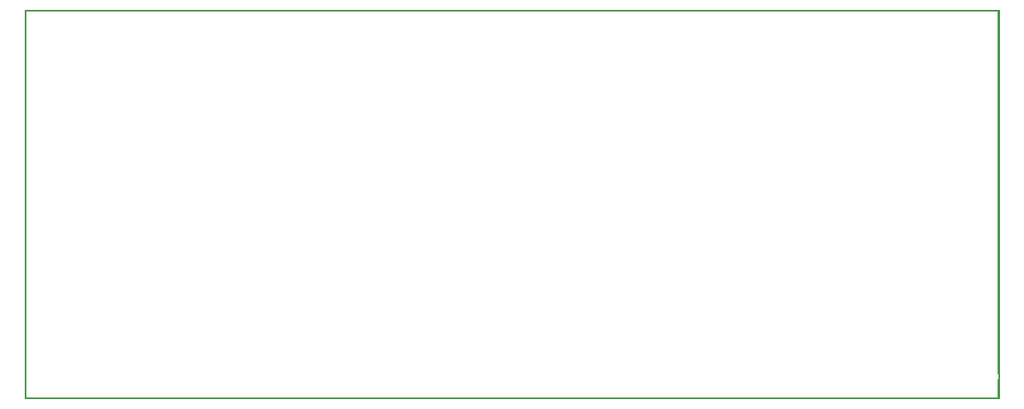
<source format=gbo>
G04 MADE WITH FRITZING*
G04 WWW.FRITZING.ORG*
G04 DOUBLE SIDED*
G04 HOLES PLATED*
G04 CONTOUR ON CENTER OF CONTOUR VECTOR*
%FSLAX26Y26*%
%MOIN*%
%ADD10R,0.001000X0.001000*%
G04 SILK0*
%FSLAX26Y26*%
%MOIN*%
D10*
X500Y1574300D02*
X3936500Y1574300D01*
X500Y1573300D02*
X3936500Y1573300D01*
X500Y1572300D02*
X3936500Y1572300D01*
X500Y1571300D02*
X3936500Y1571300D01*
X500Y1570300D02*
X3936500Y1570300D01*
X500Y1569300D02*
X3936500Y1569300D01*
X500Y1568300D02*
X3936500Y1568300D01*
X500Y1567300D02*
X3936500Y1567300D01*
X500Y1566300D02*
X7500Y1566300D01*
X3929500Y1566300D02*
X3936500Y1566300D01*
X500Y1565300D02*
X7500Y1565300D01*
X3929500Y1565300D02*
X3936500Y1565300D01*
X500Y1564300D02*
X7500Y1564300D01*
X3929500Y1564300D02*
X3936500Y1564300D01*
X500Y1563300D02*
X7500Y1563300D01*
X3929500Y1563300D02*
X3936500Y1563300D01*
X500Y1562300D02*
X7500Y1562300D01*
X3929500Y1562300D02*
X3936500Y1562300D01*
X500Y1561300D02*
X7500Y1561300D01*
X3929500Y1561300D02*
X3936500Y1561300D01*
X500Y1560300D02*
X7500Y1560300D01*
X3929500Y1560300D02*
X3936500Y1560300D01*
X500Y1559300D02*
X7500Y1559300D01*
X3929500Y1559300D02*
X3936500Y1559300D01*
X500Y1558300D02*
X7500Y1558300D01*
X3929500Y1558300D02*
X3936500Y1558300D01*
X500Y1557300D02*
X7500Y1557300D01*
X3929500Y1557300D02*
X3936500Y1557300D01*
X500Y1556300D02*
X7500Y1556300D01*
X3929500Y1556300D02*
X3936500Y1556300D01*
X500Y1555300D02*
X7500Y1555300D01*
X3929500Y1555300D02*
X3936500Y1555300D01*
X500Y1554300D02*
X7500Y1554300D01*
X3929500Y1554300D02*
X3936500Y1554300D01*
X500Y1553300D02*
X7500Y1553300D01*
X3929500Y1553300D02*
X3936500Y1553300D01*
X500Y1552300D02*
X7500Y1552300D01*
X3929500Y1552300D02*
X3936500Y1552300D01*
X500Y1551300D02*
X7500Y1551300D01*
X3929500Y1551300D02*
X3936500Y1551300D01*
X500Y1550300D02*
X7500Y1550300D01*
X3929500Y1550300D02*
X3936500Y1550300D01*
X500Y1549300D02*
X7500Y1549300D01*
X3929500Y1549300D02*
X3936500Y1549300D01*
X500Y1548300D02*
X7500Y1548300D01*
X3929500Y1548300D02*
X3936500Y1548300D01*
X500Y1547300D02*
X7500Y1547300D01*
X3929500Y1547300D02*
X3936500Y1547300D01*
X500Y1546300D02*
X7500Y1546300D01*
X3929500Y1546300D02*
X3936500Y1546300D01*
X500Y1545300D02*
X7500Y1545300D01*
X3929500Y1545300D02*
X3936500Y1545300D01*
X500Y1544300D02*
X7500Y1544300D01*
X3929500Y1544300D02*
X3936500Y1544300D01*
X500Y1543300D02*
X7500Y1543300D01*
X3929500Y1543300D02*
X3936500Y1543300D01*
X500Y1542300D02*
X7500Y1542300D01*
X3929500Y1542300D02*
X3936500Y1542300D01*
X500Y1541300D02*
X7500Y1541300D01*
X3929500Y1541300D02*
X3936500Y1541300D01*
X500Y1540300D02*
X7500Y1540300D01*
X3929500Y1540300D02*
X3936500Y1540300D01*
X500Y1539300D02*
X7500Y1539300D01*
X3929500Y1539300D02*
X3936500Y1539300D01*
X500Y1538300D02*
X7500Y1538300D01*
X3929500Y1538300D02*
X3936500Y1538300D01*
X500Y1537300D02*
X7500Y1537300D01*
X3929500Y1537300D02*
X3936500Y1537300D01*
X500Y1536300D02*
X7500Y1536300D01*
X3929500Y1536300D02*
X3936500Y1536300D01*
X500Y1535300D02*
X7500Y1535300D01*
X3929500Y1535300D02*
X3936500Y1535300D01*
X500Y1534300D02*
X7500Y1534300D01*
X3929500Y1534300D02*
X3936500Y1534300D01*
X500Y1533300D02*
X7500Y1533300D01*
X3929500Y1533300D02*
X3936500Y1533300D01*
X500Y1532300D02*
X7500Y1532300D01*
X3929500Y1532300D02*
X3936500Y1532300D01*
X500Y1531300D02*
X7500Y1531300D01*
X3929500Y1531300D02*
X3936500Y1531300D01*
X500Y1530300D02*
X7500Y1530300D01*
X3929500Y1530300D02*
X3936500Y1530300D01*
X500Y1529300D02*
X7500Y1529300D01*
X3929500Y1529300D02*
X3936500Y1529300D01*
X500Y1528300D02*
X7500Y1528300D01*
X3929500Y1528300D02*
X3936500Y1528300D01*
X500Y1527300D02*
X7500Y1527300D01*
X3929500Y1527300D02*
X3936500Y1527300D01*
X500Y1526300D02*
X7500Y1526300D01*
X3929500Y1526300D02*
X3936500Y1526300D01*
X500Y1525300D02*
X7500Y1525300D01*
X3929500Y1525300D02*
X3936500Y1525300D01*
X500Y1524300D02*
X7500Y1524300D01*
X3929500Y1524300D02*
X3936500Y1524300D01*
X500Y1523300D02*
X7500Y1523300D01*
X3929500Y1523300D02*
X3936500Y1523300D01*
X500Y1522300D02*
X7500Y1522300D01*
X3929500Y1522300D02*
X3936500Y1522300D01*
X500Y1521300D02*
X7500Y1521300D01*
X3929500Y1521300D02*
X3936500Y1521300D01*
X500Y1520300D02*
X7500Y1520300D01*
X3929500Y1520300D02*
X3936500Y1520300D01*
X500Y1519300D02*
X7500Y1519300D01*
X3929500Y1519300D02*
X3936500Y1519300D01*
X500Y1518300D02*
X7500Y1518300D01*
X3929500Y1518300D02*
X3936500Y1518300D01*
X500Y1517300D02*
X7500Y1517300D01*
X3929500Y1517300D02*
X3936500Y1517300D01*
X500Y1516300D02*
X7500Y1516300D01*
X3929500Y1516300D02*
X3936500Y1516300D01*
X500Y1515300D02*
X7500Y1515300D01*
X3929500Y1515300D02*
X3936500Y1515300D01*
X500Y1514300D02*
X7500Y1514300D01*
X3929500Y1514300D02*
X3936500Y1514300D01*
X500Y1513300D02*
X7500Y1513300D01*
X3929500Y1513300D02*
X3936500Y1513300D01*
X500Y1512300D02*
X7500Y1512300D01*
X3929500Y1512300D02*
X3936500Y1512300D01*
X500Y1511300D02*
X7500Y1511300D01*
X3929500Y1511300D02*
X3936500Y1511300D01*
X500Y1510300D02*
X7500Y1510300D01*
X3929500Y1510300D02*
X3936500Y1510300D01*
X500Y1509300D02*
X7500Y1509300D01*
X3929500Y1509300D02*
X3936500Y1509300D01*
X500Y1508300D02*
X7500Y1508300D01*
X3929500Y1508300D02*
X3936500Y1508300D01*
X500Y1507300D02*
X7500Y1507300D01*
X3929500Y1507300D02*
X3936500Y1507300D01*
X500Y1506300D02*
X7500Y1506300D01*
X3929500Y1506300D02*
X3936500Y1506300D01*
X500Y1505300D02*
X7500Y1505300D01*
X3929500Y1505300D02*
X3936500Y1505300D01*
X500Y1504300D02*
X7500Y1504300D01*
X3929500Y1504300D02*
X3936500Y1504300D01*
X500Y1503300D02*
X7500Y1503300D01*
X3929500Y1503300D02*
X3936500Y1503300D01*
X500Y1502300D02*
X7500Y1502300D01*
X3929500Y1502300D02*
X3936500Y1502300D01*
X500Y1501300D02*
X7500Y1501300D01*
X3929500Y1501300D02*
X3936500Y1501300D01*
X500Y1500300D02*
X7500Y1500300D01*
X3929500Y1500300D02*
X3936500Y1500300D01*
X500Y1499300D02*
X7500Y1499300D01*
X3929500Y1499300D02*
X3936500Y1499300D01*
X500Y1498300D02*
X7500Y1498300D01*
X3929500Y1498300D02*
X3936500Y1498300D01*
X500Y1497300D02*
X7500Y1497300D01*
X3929500Y1497300D02*
X3936500Y1497300D01*
X500Y1496300D02*
X7500Y1496300D01*
X3929500Y1496300D02*
X3936500Y1496300D01*
X500Y1495300D02*
X7500Y1495300D01*
X3929500Y1495300D02*
X3936500Y1495300D01*
X500Y1494300D02*
X7500Y1494300D01*
X3929500Y1494300D02*
X3936500Y1494300D01*
X500Y1493300D02*
X7500Y1493300D01*
X3929500Y1493300D02*
X3936500Y1493300D01*
X500Y1492300D02*
X7500Y1492300D01*
X3929500Y1492300D02*
X3936500Y1492300D01*
X500Y1491300D02*
X7500Y1491300D01*
X3929500Y1491300D02*
X3936500Y1491300D01*
X500Y1490300D02*
X7500Y1490300D01*
X3929500Y1490300D02*
X3936500Y1490300D01*
X500Y1489300D02*
X7500Y1489300D01*
X3929500Y1489300D02*
X3936500Y1489300D01*
X500Y1488300D02*
X7500Y1488300D01*
X3929500Y1488300D02*
X3936500Y1488300D01*
X500Y1487300D02*
X7500Y1487300D01*
X3929500Y1487300D02*
X3936500Y1487300D01*
X500Y1486300D02*
X7500Y1486300D01*
X3929500Y1486300D02*
X3936500Y1486300D01*
X500Y1485300D02*
X7500Y1485300D01*
X3929500Y1485300D02*
X3936500Y1485300D01*
X500Y1484300D02*
X7500Y1484300D01*
X3929500Y1484300D02*
X3936500Y1484300D01*
X500Y1483300D02*
X7500Y1483300D01*
X3929500Y1483300D02*
X3936500Y1483300D01*
X500Y1482300D02*
X7500Y1482300D01*
X3929500Y1482300D02*
X3936500Y1482300D01*
X500Y1481300D02*
X7500Y1481300D01*
X3929500Y1481300D02*
X3936500Y1481300D01*
X500Y1480300D02*
X7500Y1480300D01*
X3929500Y1480300D02*
X3936500Y1480300D01*
X500Y1479300D02*
X7500Y1479300D01*
X3929500Y1479300D02*
X3936500Y1479300D01*
X500Y1478300D02*
X7500Y1478300D01*
X3929500Y1478300D02*
X3936500Y1478300D01*
X500Y1477300D02*
X7500Y1477300D01*
X3929500Y1477300D02*
X3936500Y1477300D01*
X500Y1476300D02*
X7500Y1476300D01*
X3929500Y1476300D02*
X3936500Y1476300D01*
X500Y1475300D02*
X7500Y1475300D01*
X3929500Y1475300D02*
X3936500Y1475300D01*
X500Y1474300D02*
X7500Y1474300D01*
X3929500Y1474300D02*
X3936500Y1474300D01*
X500Y1473300D02*
X7500Y1473300D01*
X3929500Y1473300D02*
X3936500Y1473300D01*
X500Y1472300D02*
X7500Y1472300D01*
X3929500Y1472300D02*
X3936500Y1472300D01*
X500Y1471300D02*
X7500Y1471300D01*
X3929500Y1471300D02*
X3936500Y1471300D01*
X500Y1470300D02*
X7500Y1470300D01*
X3929500Y1470300D02*
X3936500Y1470300D01*
X500Y1469300D02*
X7500Y1469300D01*
X3929500Y1469300D02*
X3936500Y1469300D01*
X500Y1468300D02*
X7500Y1468300D01*
X3929500Y1468300D02*
X3936500Y1468300D01*
X500Y1467300D02*
X7500Y1467300D01*
X3929500Y1467300D02*
X3936500Y1467300D01*
X500Y1466300D02*
X7500Y1466300D01*
X3929500Y1466300D02*
X3936500Y1466300D01*
X500Y1465300D02*
X7500Y1465300D01*
X3929500Y1465300D02*
X3936500Y1465300D01*
X500Y1464300D02*
X7500Y1464300D01*
X3929500Y1464300D02*
X3936500Y1464300D01*
X500Y1463300D02*
X7500Y1463300D01*
X3929500Y1463300D02*
X3936500Y1463300D01*
X500Y1462300D02*
X7500Y1462300D01*
X3929500Y1462300D02*
X3936500Y1462300D01*
X500Y1461300D02*
X7500Y1461300D01*
X3929500Y1461300D02*
X3936500Y1461300D01*
X500Y1460300D02*
X7500Y1460300D01*
X3929500Y1460300D02*
X3936500Y1460300D01*
X500Y1459300D02*
X7500Y1459300D01*
X3929500Y1459300D02*
X3936500Y1459300D01*
X500Y1458300D02*
X7500Y1458300D01*
X3929500Y1458300D02*
X3936500Y1458300D01*
X500Y1457300D02*
X7500Y1457300D01*
X3929500Y1457300D02*
X3936500Y1457300D01*
X500Y1456300D02*
X7500Y1456300D01*
X3929500Y1456300D02*
X3936500Y1456300D01*
X500Y1455300D02*
X7500Y1455300D01*
X3929500Y1455300D02*
X3936500Y1455300D01*
X500Y1454300D02*
X7500Y1454300D01*
X3929500Y1454300D02*
X3936500Y1454300D01*
X500Y1453300D02*
X7500Y1453300D01*
X3929500Y1453300D02*
X3936500Y1453300D01*
X500Y1452300D02*
X7500Y1452300D01*
X3929500Y1452300D02*
X3936500Y1452300D01*
X500Y1451300D02*
X7500Y1451300D01*
X3929500Y1451300D02*
X3936500Y1451300D01*
X500Y1450300D02*
X7500Y1450300D01*
X3929500Y1450300D02*
X3936500Y1450300D01*
X500Y1449300D02*
X7500Y1449300D01*
X3929500Y1449300D02*
X3936500Y1449300D01*
X500Y1448300D02*
X7500Y1448300D01*
X3929500Y1448300D02*
X3936500Y1448300D01*
X500Y1447300D02*
X7500Y1447300D01*
X3929500Y1447300D02*
X3936500Y1447300D01*
X500Y1446300D02*
X7500Y1446300D01*
X3929500Y1446300D02*
X3936500Y1446300D01*
X500Y1445300D02*
X7500Y1445300D01*
X3929500Y1445300D02*
X3936500Y1445300D01*
X500Y1444300D02*
X7500Y1444300D01*
X3929500Y1444300D02*
X3936500Y1444300D01*
X500Y1443300D02*
X7500Y1443300D01*
X3929500Y1443300D02*
X3936500Y1443300D01*
X500Y1442300D02*
X7500Y1442300D01*
X3929500Y1442300D02*
X3936500Y1442300D01*
X500Y1441300D02*
X7500Y1441300D01*
X3929500Y1441300D02*
X3936500Y1441300D01*
X500Y1440300D02*
X7500Y1440300D01*
X3929500Y1440300D02*
X3936500Y1440300D01*
X500Y1439300D02*
X7500Y1439300D01*
X3929500Y1439300D02*
X3936500Y1439300D01*
X500Y1438300D02*
X7500Y1438300D01*
X3929500Y1438300D02*
X3936500Y1438300D01*
X500Y1437300D02*
X7500Y1437300D01*
X3929500Y1437300D02*
X3936500Y1437300D01*
X500Y1436300D02*
X7500Y1436300D01*
X3929500Y1436300D02*
X3936500Y1436300D01*
X500Y1435300D02*
X7500Y1435300D01*
X3929500Y1435300D02*
X3936500Y1435300D01*
X500Y1434300D02*
X7500Y1434300D01*
X3929500Y1434300D02*
X3936500Y1434300D01*
X500Y1433300D02*
X7500Y1433300D01*
X3929500Y1433300D02*
X3936500Y1433300D01*
X500Y1432300D02*
X7500Y1432300D01*
X3929500Y1432300D02*
X3936500Y1432300D01*
X500Y1431300D02*
X7500Y1431300D01*
X3929500Y1431300D02*
X3936500Y1431300D01*
X500Y1430300D02*
X7500Y1430300D01*
X3929500Y1430300D02*
X3936500Y1430300D01*
X500Y1429300D02*
X7500Y1429300D01*
X3929500Y1429300D02*
X3936500Y1429300D01*
X500Y1428300D02*
X7500Y1428300D01*
X3929500Y1428300D02*
X3936500Y1428300D01*
X500Y1427300D02*
X7500Y1427300D01*
X3929500Y1427300D02*
X3936500Y1427300D01*
X500Y1426300D02*
X7500Y1426300D01*
X3929500Y1426300D02*
X3936500Y1426300D01*
X500Y1425300D02*
X7500Y1425300D01*
X3929500Y1425300D02*
X3936500Y1425300D01*
X500Y1424300D02*
X7500Y1424300D01*
X3929500Y1424300D02*
X3936500Y1424300D01*
X500Y1423300D02*
X7500Y1423300D01*
X3929500Y1423300D02*
X3936500Y1423300D01*
X500Y1422300D02*
X7500Y1422300D01*
X3929500Y1422300D02*
X3936500Y1422300D01*
X500Y1421300D02*
X7500Y1421300D01*
X3929500Y1421300D02*
X3936500Y1421300D01*
X500Y1420300D02*
X7500Y1420300D01*
X3929500Y1420300D02*
X3936500Y1420300D01*
X500Y1419300D02*
X7500Y1419300D01*
X3929500Y1419300D02*
X3936500Y1419300D01*
X500Y1418300D02*
X7500Y1418300D01*
X3929500Y1418300D02*
X3936500Y1418300D01*
X500Y1417300D02*
X7500Y1417300D01*
X3929500Y1417300D02*
X3936500Y1417300D01*
X500Y1416300D02*
X7500Y1416300D01*
X3929500Y1416300D02*
X3936500Y1416300D01*
X500Y1415300D02*
X7500Y1415300D01*
X3929500Y1415300D02*
X3936500Y1415300D01*
X500Y1414300D02*
X7500Y1414300D01*
X3929500Y1414300D02*
X3936500Y1414300D01*
X500Y1413300D02*
X7500Y1413300D01*
X3929500Y1413300D02*
X3936500Y1413300D01*
X500Y1412300D02*
X7500Y1412300D01*
X3929500Y1412300D02*
X3936500Y1412300D01*
X500Y1411300D02*
X7500Y1411300D01*
X3929500Y1411300D02*
X3936500Y1411300D01*
X500Y1410300D02*
X7500Y1410300D01*
X3929500Y1410300D02*
X3936500Y1410300D01*
X500Y1409300D02*
X7500Y1409300D01*
X3929500Y1409300D02*
X3936500Y1409300D01*
X500Y1408300D02*
X7500Y1408300D01*
X3929500Y1408300D02*
X3936500Y1408300D01*
X500Y1407300D02*
X7500Y1407300D01*
X3929500Y1407300D02*
X3936500Y1407300D01*
X500Y1406300D02*
X7500Y1406300D01*
X3929500Y1406300D02*
X3936500Y1406300D01*
X500Y1405300D02*
X7500Y1405300D01*
X3929500Y1405300D02*
X3936500Y1405300D01*
X500Y1404300D02*
X7500Y1404300D01*
X3929500Y1404300D02*
X3936500Y1404300D01*
X500Y1403300D02*
X7500Y1403300D01*
X3929500Y1403300D02*
X3936500Y1403300D01*
X500Y1402300D02*
X7500Y1402300D01*
X3929500Y1402300D02*
X3936500Y1402300D01*
X500Y1401300D02*
X7500Y1401300D01*
X3929500Y1401300D02*
X3936500Y1401300D01*
X500Y1400300D02*
X7500Y1400300D01*
X3929500Y1400300D02*
X3936500Y1400300D01*
X500Y1399300D02*
X7500Y1399300D01*
X3929500Y1399300D02*
X3936500Y1399300D01*
X500Y1398300D02*
X7500Y1398300D01*
X3929500Y1398300D02*
X3936500Y1398300D01*
X500Y1397300D02*
X7500Y1397300D01*
X3929500Y1397300D02*
X3936500Y1397300D01*
X500Y1396300D02*
X7500Y1396300D01*
X3929500Y1396300D02*
X3936500Y1396300D01*
X500Y1395300D02*
X7500Y1395300D01*
X3929500Y1395300D02*
X3936500Y1395300D01*
X500Y1394300D02*
X7500Y1394300D01*
X3929500Y1394300D02*
X3936500Y1394300D01*
X500Y1393300D02*
X7500Y1393300D01*
X3929500Y1393300D02*
X3936500Y1393300D01*
X500Y1392300D02*
X7500Y1392300D01*
X3929500Y1392300D02*
X3936500Y1392300D01*
X500Y1391300D02*
X7500Y1391300D01*
X3929500Y1391300D02*
X3936500Y1391300D01*
X500Y1390300D02*
X7500Y1390300D01*
X3929500Y1390300D02*
X3936500Y1390300D01*
X500Y1389300D02*
X7500Y1389300D01*
X3929500Y1389300D02*
X3936500Y1389300D01*
X500Y1388300D02*
X7500Y1388300D01*
X3929500Y1388300D02*
X3936500Y1388300D01*
X500Y1387300D02*
X7500Y1387300D01*
X3929500Y1387300D02*
X3936500Y1387300D01*
X500Y1386300D02*
X7500Y1386300D01*
X3929500Y1386300D02*
X3936500Y1386300D01*
X500Y1385300D02*
X7500Y1385300D01*
X3929500Y1385300D02*
X3936500Y1385300D01*
X500Y1384300D02*
X7500Y1384300D01*
X3929500Y1384300D02*
X3936500Y1384300D01*
X500Y1383300D02*
X7500Y1383300D01*
X3929500Y1383300D02*
X3936500Y1383300D01*
X500Y1382300D02*
X7500Y1382300D01*
X3929500Y1382300D02*
X3936500Y1382300D01*
X500Y1381300D02*
X7500Y1381300D01*
X3929500Y1381300D02*
X3936500Y1381300D01*
X500Y1380300D02*
X7500Y1380300D01*
X3929500Y1380300D02*
X3936500Y1380300D01*
X500Y1379300D02*
X7500Y1379300D01*
X3929500Y1379300D02*
X3936500Y1379300D01*
X500Y1378300D02*
X7500Y1378300D01*
X3929500Y1378300D02*
X3936500Y1378300D01*
X500Y1377300D02*
X7500Y1377300D01*
X3929500Y1377300D02*
X3936500Y1377300D01*
X500Y1376300D02*
X7500Y1376300D01*
X3929500Y1376300D02*
X3936500Y1376300D01*
X500Y1375300D02*
X7500Y1375300D01*
X3929500Y1375300D02*
X3936500Y1375300D01*
X500Y1374300D02*
X7500Y1374300D01*
X3929500Y1374300D02*
X3936500Y1374300D01*
X500Y1373300D02*
X7500Y1373300D01*
X3929500Y1373300D02*
X3936500Y1373300D01*
X500Y1372300D02*
X7500Y1372300D01*
X3929500Y1372300D02*
X3936500Y1372300D01*
X500Y1371300D02*
X7500Y1371300D01*
X3929500Y1371300D02*
X3936500Y1371300D01*
X500Y1370300D02*
X7500Y1370300D01*
X3929500Y1370300D02*
X3936500Y1370300D01*
X500Y1369300D02*
X7500Y1369300D01*
X3929500Y1369300D02*
X3936500Y1369300D01*
X500Y1368300D02*
X7500Y1368300D01*
X3929500Y1368300D02*
X3936500Y1368300D01*
X500Y1367300D02*
X7500Y1367300D01*
X3929500Y1367300D02*
X3936500Y1367300D01*
X500Y1366300D02*
X7500Y1366300D01*
X3929500Y1366300D02*
X3936500Y1366300D01*
X500Y1365300D02*
X7500Y1365300D01*
X3929500Y1365300D02*
X3936500Y1365300D01*
X500Y1364300D02*
X7500Y1364300D01*
X3929500Y1364300D02*
X3936500Y1364300D01*
X500Y1363300D02*
X7500Y1363300D01*
X3929500Y1363300D02*
X3936500Y1363300D01*
X500Y1362300D02*
X7500Y1362300D01*
X3929500Y1362300D02*
X3936500Y1362300D01*
X500Y1361300D02*
X7500Y1361300D01*
X3929500Y1361300D02*
X3936500Y1361300D01*
X500Y1360300D02*
X7500Y1360300D01*
X3929500Y1360300D02*
X3936500Y1360300D01*
X500Y1359300D02*
X7500Y1359300D01*
X3929500Y1359300D02*
X3936500Y1359300D01*
X500Y1358300D02*
X7500Y1358300D01*
X3929500Y1358300D02*
X3936500Y1358300D01*
X500Y1357300D02*
X7500Y1357300D01*
X3929500Y1357300D02*
X3936500Y1357300D01*
X500Y1356300D02*
X7500Y1356300D01*
X3929500Y1356300D02*
X3936500Y1356300D01*
X500Y1355300D02*
X7500Y1355300D01*
X3929500Y1355300D02*
X3936500Y1355300D01*
X500Y1354300D02*
X7500Y1354300D01*
X3929500Y1354300D02*
X3936500Y1354300D01*
X500Y1353300D02*
X7500Y1353300D01*
X3929500Y1353300D02*
X3936500Y1353300D01*
X500Y1352300D02*
X7500Y1352300D01*
X3929500Y1352300D02*
X3936500Y1352300D01*
X500Y1351300D02*
X7500Y1351300D01*
X3929500Y1351300D02*
X3936500Y1351300D01*
X500Y1350300D02*
X7500Y1350300D01*
X3929500Y1350300D02*
X3936500Y1350300D01*
X500Y1349300D02*
X7500Y1349300D01*
X3929500Y1349300D02*
X3936500Y1349300D01*
X500Y1348300D02*
X7500Y1348300D01*
X3929500Y1348300D02*
X3936500Y1348300D01*
X500Y1347300D02*
X7500Y1347300D01*
X3929500Y1347300D02*
X3936500Y1347300D01*
X500Y1346300D02*
X7500Y1346300D01*
X3929500Y1346300D02*
X3936500Y1346300D01*
X500Y1345300D02*
X7500Y1345300D01*
X3929500Y1345300D02*
X3936500Y1345300D01*
X500Y1344300D02*
X7500Y1344300D01*
X3929500Y1344300D02*
X3936500Y1344300D01*
X500Y1343300D02*
X7500Y1343300D01*
X3929500Y1343300D02*
X3936500Y1343300D01*
X500Y1342300D02*
X7500Y1342300D01*
X3929500Y1342300D02*
X3936500Y1342300D01*
X500Y1341300D02*
X7500Y1341300D01*
X3929500Y1341300D02*
X3936500Y1341300D01*
X500Y1340300D02*
X7500Y1340300D01*
X3929500Y1340300D02*
X3936500Y1340300D01*
X500Y1339300D02*
X7500Y1339300D01*
X3929500Y1339300D02*
X3936500Y1339300D01*
X500Y1338300D02*
X7500Y1338300D01*
X3929500Y1338300D02*
X3936500Y1338300D01*
X500Y1337300D02*
X7500Y1337300D01*
X3929500Y1337300D02*
X3936500Y1337300D01*
X500Y1336300D02*
X7500Y1336300D01*
X3929500Y1336300D02*
X3936500Y1336300D01*
X500Y1335300D02*
X7500Y1335300D01*
X3929500Y1335300D02*
X3936500Y1335300D01*
X500Y1334300D02*
X7500Y1334300D01*
X3929500Y1334300D02*
X3936500Y1334300D01*
X500Y1333300D02*
X7500Y1333300D01*
X3929500Y1333300D02*
X3936500Y1333300D01*
X500Y1332300D02*
X7500Y1332300D01*
X3929500Y1332300D02*
X3936500Y1332300D01*
X500Y1331300D02*
X7500Y1331300D01*
X3929500Y1331300D02*
X3936500Y1331300D01*
X500Y1330300D02*
X7500Y1330300D01*
X3929500Y1330300D02*
X3936500Y1330300D01*
X500Y1329300D02*
X7500Y1329300D01*
X3929500Y1329300D02*
X3936500Y1329300D01*
X500Y1328300D02*
X7500Y1328300D01*
X3929500Y1328300D02*
X3936500Y1328300D01*
X500Y1327300D02*
X7500Y1327300D01*
X3929500Y1327300D02*
X3936500Y1327300D01*
X500Y1326300D02*
X7500Y1326300D01*
X3929500Y1326300D02*
X3936500Y1326300D01*
X500Y1325300D02*
X7500Y1325300D01*
X3929500Y1325300D02*
X3936500Y1325300D01*
X500Y1324300D02*
X7500Y1324300D01*
X3929500Y1324300D02*
X3936500Y1324300D01*
X500Y1323300D02*
X7500Y1323300D01*
X3929500Y1323300D02*
X3936500Y1323300D01*
X500Y1322300D02*
X7500Y1322300D01*
X3929500Y1322300D02*
X3936500Y1322300D01*
X500Y1321300D02*
X7500Y1321300D01*
X3929500Y1321300D02*
X3936500Y1321300D01*
X500Y1320300D02*
X7500Y1320300D01*
X3929500Y1320300D02*
X3936500Y1320300D01*
X500Y1319300D02*
X7500Y1319300D01*
X3929500Y1319300D02*
X3936500Y1319300D01*
X500Y1318300D02*
X7500Y1318300D01*
X3929500Y1318300D02*
X3936500Y1318300D01*
X500Y1317300D02*
X7500Y1317300D01*
X3929500Y1317300D02*
X3936500Y1317300D01*
X500Y1316300D02*
X7500Y1316300D01*
X3929500Y1316300D02*
X3936500Y1316300D01*
X500Y1315300D02*
X7500Y1315300D01*
X3929500Y1315300D02*
X3936500Y1315300D01*
X500Y1314300D02*
X7500Y1314300D01*
X3929500Y1314300D02*
X3936500Y1314300D01*
X500Y1313300D02*
X7500Y1313300D01*
X3929500Y1313300D02*
X3936500Y1313300D01*
X500Y1312300D02*
X7500Y1312300D01*
X3929500Y1312300D02*
X3936500Y1312300D01*
X500Y1311300D02*
X7500Y1311300D01*
X3929500Y1311300D02*
X3936500Y1311300D01*
X500Y1310300D02*
X7500Y1310300D01*
X3929500Y1310300D02*
X3936500Y1310300D01*
X500Y1309300D02*
X7500Y1309300D01*
X3929500Y1309300D02*
X3936500Y1309300D01*
X500Y1308300D02*
X7500Y1308300D01*
X3929500Y1308300D02*
X3936500Y1308300D01*
X500Y1307300D02*
X7500Y1307300D01*
X3929500Y1307300D02*
X3936500Y1307300D01*
X500Y1306300D02*
X7500Y1306300D01*
X3929500Y1306300D02*
X3936500Y1306300D01*
X500Y1305300D02*
X7500Y1305300D01*
X3929500Y1305300D02*
X3936500Y1305300D01*
X500Y1304300D02*
X7500Y1304300D01*
X3929500Y1304300D02*
X3936500Y1304300D01*
X500Y1303300D02*
X7500Y1303300D01*
X3929500Y1303300D02*
X3936500Y1303300D01*
X500Y1302300D02*
X7500Y1302300D01*
X3929500Y1302300D02*
X3936500Y1302300D01*
X500Y1301300D02*
X7500Y1301300D01*
X3929500Y1301300D02*
X3936500Y1301300D01*
X500Y1300300D02*
X7500Y1300300D01*
X3929500Y1300300D02*
X3936500Y1300300D01*
X500Y1299300D02*
X7500Y1299300D01*
X3929500Y1299300D02*
X3936500Y1299300D01*
X500Y1298300D02*
X7500Y1298300D01*
X3929500Y1298300D02*
X3936500Y1298300D01*
X500Y1297300D02*
X7500Y1297300D01*
X3929500Y1297300D02*
X3936500Y1297300D01*
X500Y1296300D02*
X7500Y1296300D01*
X3929500Y1296300D02*
X3936500Y1296300D01*
X500Y1295300D02*
X7500Y1295300D01*
X3929500Y1295300D02*
X3936500Y1295300D01*
X500Y1294300D02*
X7500Y1294300D01*
X3929500Y1294300D02*
X3936500Y1294300D01*
X500Y1293300D02*
X7500Y1293300D01*
X3929500Y1293300D02*
X3936500Y1293300D01*
X500Y1292300D02*
X7500Y1292300D01*
X3929500Y1292300D02*
X3936500Y1292300D01*
X500Y1291300D02*
X7500Y1291300D01*
X3929500Y1291300D02*
X3936500Y1291300D01*
X500Y1290300D02*
X7500Y1290300D01*
X3929500Y1290300D02*
X3936500Y1290300D01*
X500Y1289300D02*
X7500Y1289300D01*
X3929500Y1289300D02*
X3936500Y1289300D01*
X500Y1288300D02*
X7500Y1288300D01*
X3929500Y1288300D02*
X3936500Y1288300D01*
X500Y1287300D02*
X7500Y1287300D01*
X3929500Y1287300D02*
X3936500Y1287300D01*
X500Y1286300D02*
X7500Y1286300D01*
X3929500Y1286300D02*
X3936500Y1286300D01*
X500Y1285300D02*
X7500Y1285300D01*
X3929500Y1285300D02*
X3936500Y1285300D01*
X500Y1284300D02*
X7500Y1284300D01*
X3929500Y1284300D02*
X3936500Y1284300D01*
X500Y1283300D02*
X7500Y1283300D01*
X3929500Y1283300D02*
X3936500Y1283300D01*
X500Y1282300D02*
X7500Y1282300D01*
X3929500Y1282300D02*
X3936500Y1282300D01*
X500Y1281300D02*
X7500Y1281300D01*
X3929500Y1281300D02*
X3936500Y1281300D01*
X500Y1280300D02*
X7500Y1280300D01*
X3929500Y1280300D02*
X3936500Y1280300D01*
X500Y1279300D02*
X7500Y1279300D01*
X3929500Y1279300D02*
X3936500Y1279300D01*
X500Y1278300D02*
X7500Y1278300D01*
X3929500Y1278300D02*
X3936500Y1278300D01*
X500Y1277300D02*
X7500Y1277300D01*
X3929500Y1277300D02*
X3936500Y1277300D01*
X500Y1276300D02*
X7500Y1276300D01*
X3929500Y1276300D02*
X3936500Y1276300D01*
X500Y1275300D02*
X7500Y1275300D01*
X3929500Y1275300D02*
X3936500Y1275300D01*
X500Y1274300D02*
X7500Y1274300D01*
X3929500Y1274300D02*
X3936500Y1274300D01*
X500Y1273300D02*
X7500Y1273300D01*
X3929500Y1273300D02*
X3936500Y1273300D01*
X500Y1272300D02*
X7500Y1272300D01*
X3929500Y1272300D02*
X3936500Y1272300D01*
X500Y1271300D02*
X7500Y1271300D01*
X3929500Y1271300D02*
X3936500Y1271300D01*
X500Y1270300D02*
X7500Y1270300D01*
X3929500Y1270300D02*
X3936500Y1270300D01*
X500Y1269300D02*
X7500Y1269300D01*
X3929500Y1269300D02*
X3936500Y1269300D01*
X500Y1268300D02*
X7500Y1268300D01*
X3929500Y1268300D02*
X3936500Y1268300D01*
X500Y1267300D02*
X7500Y1267300D01*
X3929500Y1267300D02*
X3936500Y1267300D01*
X500Y1266300D02*
X7500Y1266300D01*
X3929500Y1266300D02*
X3936500Y1266300D01*
X500Y1265300D02*
X7500Y1265300D01*
X3929500Y1265300D02*
X3936500Y1265300D01*
X500Y1264300D02*
X7500Y1264300D01*
X3929500Y1264300D02*
X3936500Y1264300D01*
X500Y1263300D02*
X7500Y1263300D01*
X3929500Y1263300D02*
X3936500Y1263300D01*
X500Y1262300D02*
X7500Y1262300D01*
X3929500Y1262300D02*
X3936500Y1262300D01*
X500Y1261300D02*
X7500Y1261300D01*
X3929500Y1261300D02*
X3936500Y1261300D01*
X500Y1260300D02*
X7500Y1260300D01*
X3929500Y1260300D02*
X3936500Y1260300D01*
X500Y1259300D02*
X7500Y1259300D01*
X3929500Y1259300D02*
X3936500Y1259300D01*
X500Y1258300D02*
X7500Y1258300D01*
X3929500Y1258300D02*
X3936500Y1258300D01*
X500Y1257300D02*
X7500Y1257300D01*
X3929500Y1257300D02*
X3936500Y1257300D01*
X500Y1256300D02*
X7500Y1256300D01*
X3929500Y1256300D02*
X3936500Y1256300D01*
X500Y1255300D02*
X7500Y1255300D01*
X3929500Y1255300D02*
X3936500Y1255300D01*
X500Y1254300D02*
X7500Y1254300D01*
X3929500Y1254300D02*
X3936500Y1254300D01*
X500Y1253300D02*
X7500Y1253300D01*
X3929500Y1253300D02*
X3936500Y1253300D01*
X500Y1252300D02*
X7500Y1252300D01*
X3929500Y1252300D02*
X3936500Y1252300D01*
X500Y1251300D02*
X7500Y1251300D01*
X3929500Y1251300D02*
X3936500Y1251300D01*
X500Y1250300D02*
X7500Y1250300D01*
X3929500Y1250300D02*
X3936500Y1250300D01*
X500Y1249300D02*
X7500Y1249300D01*
X3929500Y1249300D02*
X3936500Y1249300D01*
X500Y1248300D02*
X7500Y1248300D01*
X3929500Y1248300D02*
X3936500Y1248300D01*
X500Y1247300D02*
X7500Y1247300D01*
X3929500Y1247300D02*
X3936500Y1247300D01*
X500Y1246300D02*
X7500Y1246300D01*
X3929500Y1246300D02*
X3936500Y1246300D01*
X500Y1245300D02*
X7500Y1245300D01*
X3929500Y1245300D02*
X3936500Y1245300D01*
X500Y1244300D02*
X7500Y1244300D01*
X3929500Y1244300D02*
X3936500Y1244300D01*
X500Y1243300D02*
X7500Y1243300D01*
X3929500Y1243300D02*
X3936500Y1243300D01*
X500Y1242300D02*
X7500Y1242300D01*
X3929500Y1242300D02*
X3936500Y1242300D01*
X500Y1241300D02*
X7500Y1241300D01*
X3929500Y1241300D02*
X3936500Y1241300D01*
X500Y1240300D02*
X7500Y1240300D01*
X3929500Y1240300D02*
X3936500Y1240300D01*
X500Y1239300D02*
X7500Y1239300D01*
X3929500Y1239300D02*
X3936500Y1239300D01*
X500Y1238300D02*
X7500Y1238300D01*
X3929500Y1238300D02*
X3936500Y1238300D01*
X500Y1237300D02*
X7500Y1237300D01*
X3929500Y1237300D02*
X3936500Y1237300D01*
X500Y1236300D02*
X7500Y1236300D01*
X3929500Y1236300D02*
X3936500Y1236300D01*
X500Y1235300D02*
X7500Y1235300D01*
X3929500Y1235300D02*
X3936500Y1235300D01*
X500Y1234300D02*
X7500Y1234300D01*
X3929500Y1234300D02*
X3936500Y1234300D01*
X500Y1233300D02*
X7500Y1233300D01*
X3929500Y1233300D02*
X3936500Y1233300D01*
X500Y1232300D02*
X7500Y1232300D01*
X3929500Y1232300D02*
X3936500Y1232300D01*
X500Y1231300D02*
X7500Y1231300D01*
X3929500Y1231300D02*
X3936500Y1231300D01*
X500Y1230300D02*
X7500Y1230300D01*
X3929500Y1230300D02*
X3936500Y1230300D01*
X500Y1229300D02*
X7500Y1229300D01*
X3929500Y1229300D02*
X3936500Y1229300D01*
X500Y1228300D02*
X7500Y1228300D01*
X3929500Y1228300D02*
X3936500Y1228300D01*
X500Y1227300D02*
X7500Y1227300D01*
X3929500Y1227300D02*
X3936500Y1227300D01*
X500Y1226300D02*
X7500Y1226300D01*
X3929500Y1226300D02*
X3936500Y1226300D01*
X500Y1225300D02*
X7500Y1225300D01*
X3929500Y1225300D02*
X3936500Y1225300D01*
X500Y1224300D02*
X7500Y1224300D01*
X3929500Y1224300D02*
X3936500Y1224300D01*
X500Y1223300D02*
X7500Y1223300D01*
X3929500Y1223300D02*
X3936500Y1223300D01*
X500Y1222300D02*
X7500Y1222300D01*
X3929500Y1222300D02*
X3936500Y1222300D01*
X500Y1221300D02*
X7500Y1221300D01*
X3929500Y1221300D02*
X3936500Y1221300D01*
X500Y1220300D02*
X7500Y1220300D01*
X3929500Y1220300D02*
X3936500Y1220300D01*
X500Y1219300D02*
X7500Y1219300D01*
X3929500Y1219300D02*
X3936500Y1219300D01*
X500Y1218300D02*
X7500Y1218300D01*
X3929500Y1218300D02*
X3936500Y1218300D01*
X500Y1217300D02*
X7500Y1217300D01*
X3929500Y1217300D02*
X3936500Y1217300D01*
X500Y1216300D02*
X7500Y1216300D01*
X3929500Y1216300D02*
X3936500Y1216300D01*
X500Y1215300D02*
X7500Y1215300D01*
X3929500Y1215300D02*
X3936500Y1215300D01*
X500Y1214300D02*
X7500Y1214300D01*
X3929500Y1214300D02*
X3936500Y1214300D01*
X500Y1213300D02*
X7500Y1213300D01*
X3929500Y1213300D02*
X3936500Y1213300D01*
X500Y1212300D02*
X7500Y1212300D01*
X3929500Y1212300D02*
X3936500Y1212300D01*
X500Y1211300D02*
X7500Y1211300D01*
X3929500Y1211300D02*
X3936500Y1211300D01*
X500Y1210300D02*
X7500Y1210300D01*
X3929500Y1210300D02*
X3936500Y1210300D01*
X500Y1209300D02*
X7500Y1209300D01*
X3929500Y1209300D02*
X3936500Y1209300D01*
X500Y1208300D02*
X7500Y1208300D01*
X3929500Y1208300D02*
X3936500Y1208300D01*
X500Y1207300D02*
X7500Y1207300D01*
X3929500Y1207300D02*
X3936500Y1207300D01*
X500Y1206300D02*
X7500Y1206300D01*
X3929500Y1206300D02*
X3936500Y1206300D01*
X500Y1205300D02*
X7500Y1205300D01*
X3929500Y1205300D02*
X3936500Y1205300D01*
X500Y1204300D02*
X7500Y1204300D01*
X3929500Y1204300D02*
X3936500Y1204300D01*
X500Y1203300D02*
X7500Y1203300D01*
X3929500Y1203300D02*
X3936500Y1203300D01*
X500Y1202300D02*
X7500Y1202300D01*
X3929500Y1202300D02*
X3936500Y1202300D01*
X500Y1201300D02*
X7500Y1201300D01*
X3929500Y1201300D02*
X3936500Y1201300D01*
X500Y1200300D02*
X7500Y1200300D01*
X3929500Y1200300D02*
X3936500Y1200300D01*
X500Y1199300D02*
X7500Y1199300D01*
X3929500Y1199300D02*
X3936500Y1199300D01*
X500Y1198300D02*
X7500Y1198300D01*
X3929500Y1198300D02*
X3936500Y1198300D01*
X500Y1197300D02*
X7500Y1197300D01*
X3929500Y1197300D02*
X3936500Y1197300D01*
X500Y1196300D02*
X7500Y1196300D01*
X3929500Y1196300D02*
X3936500Y1196300D01*
X500Y1195300D02*
X7500Y1195300D01*
X3929500Y1195300D02*
X3936500Y1195300D01*
X500Y1194300D02*
X7500Y1194300D01*
X3929500Y1194300D02*
X3936500Y1194300D01*
X500Y1193300D02*
X7500Y1193300D01*
X3929500Y1193300D02*
X3936500Y1193300D01*
X500Y1192300D02*
X7500Y1192300D01*
X3929500Y1192300D02*
X3936500Y1192300D01*
X500Y1191300D02*
X7500Y1191300D01*
X3929500Y1191300D02*
X3936500Y1191300D01*
X500Y1190300D02*
X7500Y1190300D01*
X3929500Y1190300D02*
X3936500Y1190300D01*
X500Y1189300D02*
X7500Y1189300D01*
X3929500Y1189300D02*
X3936500Y1189300D01*
X500Y1188300D02*
X7500Y1188300D01*
X3929500Y1188300D02*
X3936500Y1188300D01*
X500Y1187300D02*
X7500Y1187300D01*
X3929500Y1187300D02*
X3936500Y1187300D01*
X500Y1186300D02*
X7500Y1186300D01*
X3929500Y1186300D02*
X3936500Y1186300D01*
X500Y1185300D02*
X7500Y1185300D01*
X3929500Y1185300D02*
X3936500Y1185300D01*
X500Y1184300D02*
X7500Y1184300D01*
X3929500Y1184300D02*
X3936500Y1184300D01*
X500Y1183300D02*
X7500Y1183300D01*
X3929500Y1183300D02*
X3936500Y1183300D01*
X500Y1182300D02*
X7500Y1182300D01*
X3929500Y1182300D02*
X3936500Y1182300D01*
X500Y1181300D02*
X7500Y1181300D01*
X3929500Y1181300D02*
X3936500Y1181300D01*
X500Y1180300D02*
X7500Y1180300D01*
X3929500Y1180300D02*
X3936500Y1180300D01*
X500Y1179300D02*
X7500Y1179300D01*
X3929500Y1179300D02*
X3936500Y1179300D01*
X500Y1178300D02*
X7500Y1178300D01*
X3929500Y1178300D02*
X3936500Y1178300D01*
X500Y1177300D02*
X7500Y1177300D01*
X3929500Y1177300D02*
X3936500Y1177300D01*
X500Y1176300D02*
X7500Y1176300D01*
X3929500Y1176300D02*
X3936500Y1176300D01*
X500Y1175300D02*
X7500Y1175300D01*
X3929500Y1175300D02*
X3936500Y1175300D01*
X500Y1174300D02*
X7500Y1174300D01*
X3929500Y1174300D02*
X3936500Y1174300D01*
X500Y1173300D02*
X7500Y1173300D01*
X3929500Y1173300D02*
X3936500Y1173300D01*
X500Y1172300D02*
X7500Y1172300D01*
X3929500Y1172300D02*
X3936500Y1172300D01*
X500Y1171300D02*
X7500Y1171300D01*
X3929500Y1171300D02*
X3936500Y1171300D01*
X500Y1170300D02*
X7500Y1170300D01*
X3929500Y1170300D02*
X3936500Y1170300D01*
X500Y1169300D02*
X7500Y1169300D01*
X3929500Y1169300D02*
X3936500Y1169300D01*
X500Y1168300D02*
X7500Y1168300D01*
X3929500Y1168300D02*
X3936500Y1168300D01*
X500Y1167300D02*
X7500Y1167300D01*
X3929500Y1167300D02*
X3936500Y1167300D01*
X500Y1166300D02*
X7500Y1166300D01*
X3929500Y1166300D02*
X3936500Y1166300D01*
X500Y1165300D02*
X7500Y1165300D01*
X3929500Y1165300D02*
X3936500Y1165300D01*
X500Y1164300D02*
X7500Y1164300D01*
X3929500Y1164300D02*
X3936500Y1164300D01*
X500Y1163300D02*
X7500Y1163300D01*
X3929500Y1163300D02*
X3936500Y1163300D01*
X500Y1162300D02*
X7500Y1162300D01*
X3929500Y1162300D02*
X3936500Y1162300D01*
X500Y1161300D02*
X7500Y1161300D01*
X3929500Y1161300D02*
X3936500Y1161300D01*
X500Y1160300D02*
X7500Y1160300D01*
X3929500Y1160300D02*
X3936500Y1160300D01*
X500Y1159300D02*
X7500Y1159300D01*
X3929500Y1159300D02*
X3936500Y1159300D01*
X500Y1158300D02*
X7500Y1158300D01*
X3929500Y1158300D02*
X3936500Y1158300D01*
X500Y1157300D02*
X7500Y1157300D01*
X3929500Y1157300D02*
X3936500Y1157300D01*
X500Y1156300D02*
X7500Y1156300D01*
X3929500Y1156300D02*
X3936500Y1156300D01*
X500Y1155300D02*
X7500Y1155300D01*
X3929500Y1155300D02*
X3936500Y1155300D01*
X500Y1154300D02*
X7500Y1154300D01*
X3929500Y1154300D02*
X3936500Y1154300D01*
X500Y1153300D02*
X7500Y1153300D01*
X3929500Y1153300D02*
X3936500Y1153300D01*
X500Y1152300D02*
X7500Y1152300D01*
X3929500Y1152300D02*
X3936500Y1152300D01*
X500Y1151300D02*
X7500Y1151300D01*
X3929500Y1151300D02*
X3936500Y1151300D01*
X500Y1150300D02*
X7500Y1150300D01*
X3929500Y1150300D02*
X3936500Y1150300D01*
X500Y1149300D02*
X7500Y1149300D01*
X3929500Y1149300D02*
X3936500Y1149300D01*
X500Y1148300D02*
X7500Y1148300D01*
X3929500Y1148300D02*
X3936500Y1148300D01*
X500Y1147300D02*
X7500Y1147300D01*
X3929500Y1147300D02*
X3936500Y1147300D01*
X500Y1146300D02*
X7500Y1146300D01*
X3929500Y1146300D02*
X3936500Y1146300D01*
X500Y1145300D02*
X7500Y1145300D01*
X3929500Y1145300D02*
X3936500Y1145300D01*
X500Y1144300D02*
X7500Y1144300D01*
X3929500Y1144300D02*
X3936500Y1144300D01*
X500Y1143300D02*
X7500Y1143300D01*
X3929500Y1143300D02*
X3936500Y1143300D01*
X500Y1142300D02*
X7500Y1142300D01*
X3929500Y1142300D02*
X3936500Y1142300D01*
X500Y1141300D02*
X7500Y1141300D01*
X3929500Y1141300D02*
X3936500Y1141300D01*
X500Y1140300D02*
X7500Y1140300D01*
X3929500Y1140300D02*
X3936500Y1140300D01*
X500Y1139300D02*
X7500Y1139300D01*
X3929500Y1139300D02*
X3936500Y1139300D01*
X500Y1138300D02*
X7500Y1138300D01*
X3929500Y1138300D02*
X3936500Y1138300D01*
X500Y1137300D02*
X7500Y1137300D01*
X3929500Y1137300D02*
X3936500Y1137300D01*
X500Y1136300D02*
X7500Y1136300D01*
X3929500Y1136300D02*
X3936500Y1136300D01*
X500Y1135300D02*
X7500Y1135300D01*
X3929500Y1135300D02*
X3936500Y1135300D01*
X500Y1134300D02*
X7500Y1134300D01*
X3929500Y1134300D02*
X3936500Y1134300D01*
X500Y1133300D02*
X7500Y1133300D01*
X3929500Y1133300D02*
X3936500Y1133300D01*
X500Y1132300D02*
X7500Y1132300D01*
X3929500Y1132300D02*
X3936500Y1132300D01*
X500Y1131300D02*
X7500Y1131300D01*
X3929500Y1131300D02*
X3936500Y1131300D01*
X500Y1130300D02*
X7500Y1130300D01*
X3929500Y1130300D02*
X3936500Y1130300D01*
X500Y1129300D02*
X7500Y1129300D01*
X3929500Y1129300D02*
X3936500Y1129300D01*
X500Y1128300D02*
X7500Y1128300D01*
X3929500Y1128300D02*
X3936500Y1128300D01*
X500Y1127300D02*
X7500Y1127300D01*
X3929500Y1127300D02*
X3936500Y1127300D01*
X500Y1126300D02*
X7500Y1126300D01*
X3929500Y1126300D02*
X3936500Y1126300D01*
X500Y1125300D02*
X7500Y1125300D01*
X3929500Y1125300D02*
X3936500Y1125300D01*
X500Y1124300D02*
X7500Y1124300D01*
X3929500Y1124300D02*
X3936500Y1124300D01*
X500Y1123300D02*
X7500Y1123300D01*
X3929500Y1123300D02*
X3936500Y1123300D01*
X500Y1122300D02*
X7500Y1122300D01*
X3929500Y1122300D02*
X3936500Y1122300D01*
X500Y1121300D02*
X7500Y1121300D01*
X3929500Y1121300D02*
X3936500Y1121300D01*
X500Y1120300D02*
X7500Y1120300D01*
X3929500Y1120300D02*
X3936500Y1120300D01*
X500Y1119300D02*
X7500Y1119300D01*
X3929500Y1119300D02*
X3936500Y1119300D01*
X500Y1118300D02*
X7500Y1118300D01*
X3929500Y1118300D02*
X3936500Y1118300D01*
X500Y1117300D02*
X7500Y1117300D01*
X3929500Y1117300D02*
X3936500Y1117300D01*
X500Y1116300D02*
X7500Y1116300D01*
X3929500Y1116300D02*
X3936500Y1116300D01*
X500Y1115300D02*
X7500Y1115300D01*
X3929500Y1115300D02*
X3936500Y1115300D01*
X500Y1114300D02*
X7500Y1114300D01*
X3929500Y1114300D02*
X3936500Y1114300D01*
X500Y1113300D02*
X7500Y1113300D01*
X3929500Y1113300D02*
X3936500Y1113300D01*
X500Y1112300D02*
X7500Y1112300D01*
X3929500Y1112300D02*
X3936500Y1112300D01*
X500Y1111300D02*
X7500Y1111300D01*
X3929500Y1111300D02*
X3936500Y1111300D01*
X500Y1110300D02*
X7500Y1110300D01*
X3929500Y1110300D02*
X3936500Y1110300D01*
X500Y1109300D02*
X7500Y1109300D01*
X3929500Y1109300D02*
X3936500Y1109300D01*
X500Y1108300D02*
X7500Y1108300D01*
X3929500Y1108300D02*
X3936500Y1108300D01*
X500Y1107300D02*
X7500Y1107300D01*
X3929500Y1107300D02*
X3936500Y1107300D01*
X500Y1106300D02*
X7500Y1106300D01*
X3929500Y1106300D02*
X3936500Y1106300D01*
X500Y1105300D02*
X7500Y1105300D01*
X3929500Y1105300D02*
X3936500Y1105300D01*
X500Y1104300D02*
X7500Y1104300D01*
X3929500Y1104300D02*
X3936500Y1104300D01*
X500Y1103300D02*
X7500Y1103300D01*
X3929500Y1103300D02*
X3936500Y1103300D01*
X500Y1102300D02*
X7500Y1102300D01*
X3929500Y1102300D02*
X3936500Y1102300D01*
X500Y1101300D02*
X7500Y1101300D01*
X3929500Y1101300D02*
X3936500Y1101300D01*
X500Y1100300D02*
X7500Y1100300D01*
X3929500Y1100300D02*
X3936500Y1100300D01*
X500Y1099300D02*
X7500Y1099300D01*
X3929500Y1099300D02*
X3936500Y1099300D01*
X500Y1098300D02*
X7500Y1098300D01*
X3929500Y1098300D02*
X3936500Y1098300D01*
X500Y1097300D02*
X7500Y1097300D01*
X3929500Y1097300D02*
X3936500Y1097300D01*
X500Y1096300D02*
X7500Y1096300D01*
X3929500Y1096300D02*
X3936500Y1096300D01*
X500Y1095300D02*
X7500Y1095300D01*
X3929500Y1095300D02*
X3936500Y1095300D01*
X500Y1094300D02*
X7500Y1094300D01*
X3929500Y1094300D02*
X3936500Y1094300D01*
X500Y1093300D02*
X7500Y1093300D01*
X3929500Y1093300D02*
X3936500Y1093300D01*
X500Y1092300D02*
X7500Y1092300D01*
X3929500Y1092300D02*
X3936500Y1092300D01*
X500Y1091300D02*
X7500Y1091300D01*
X3929500Y1091300D02*
X3936500Y1091300D01*
X500Y1090300D02*
X7500Y1090300D01*
X3929500Y1090300D02*
X3936500Y1090300D01*
X500Y1089300D02*
X7500Y1089300D01*
X3929500Y1089300D02*
X3936500Y1089300D01*
X500Y1088300D02*
X7500Y1088300D01*
X3929500Y1088300D02*
X3936500Y1088300D01*
X500Y1087300D02*
X7500Y1087300D01*
X3929500Y1087300D02*
X3936500Y1087300D01*
X500Y1086300D02*
X7500Y1086300D01*
X3929500Y1086300D02*
X3936500Y1086300D01*
X500Y1085300D02*
X7500Y1085300D01*
X3929500Y1085300D02*
X3936500Y1085300D01*
X500Y1084300D02*
X7500Y1084300D01*
X3929500Y1084300D02*
X3936500Y1084300D01*
X500Y1083300D02*
X7500Y1083300D01*
X3929500Y1083300D02*
X3936500Y1083300D01*
X500Y1082300D02*
X7500Y1082300D01*
X3929500Y1082300D02*
X3936500Y1082300D01*
X500Y1081300D02*
X7500Y1081300D01*
X3929500Y1081300D02*
X3936500Y1081300D01*
X500Y1080300D02*
X7500Y1080300D01*
X3929500Y1080300D02*
X3936500Y1080300D01*
X500Y1079300D02*
X7500Y1079300D01*
X3929500Y1079300D02*
X3936500Y1079300D01*
X500Y1078300D02*
X7500Y1078300D01*
X3929500Y1078300D02*
X3936500Y1078300D01*
X500Y1077300D02*
X7500Y1077300D01*
X3929500Y1077300D02*
X3936500Y1077300D01*
X500Y1076300D02*
X7500Y1076300D01*
X3929500Y1076300D02*
X3936500Y1076300D01*
X500Y1075300D02*
X7500Y1075300D01*
X3929500Y1075300D02*
X3936500Y1075300D01*
X500Y1074300D02*
X7500Y1074300D01*
X3929500Y1074300D02*
X3936500Y1074300D01*
X500Y1073300D02*
X7500Y1073300D01*
X3929500Y1073300D02*
X3936500Y1073300D01*
X500Y1072300D02*
X7500Y1072300D01*
X3929500Y1072300D02*
X3936500Y1072300D01*
X500Y1071300D02*
X7500Y1071300D01*
X3929500Y1071300D02*
X3936500Y1071300D01*
X500Y1070300D02*
X7500Y1070300D01*
X3929500Y1070300D02*
X3936500Y1070300D01*
X500Y1069300D02*
X7500Y1069300D01*
X3929500Y1069300D02*
X3936500Y1069300D01*
X500Y1068300D02*
X7500Y1068300D01*
X3929500Y1068300D02*
X3936500Y1068300D01*
X500Y1067300D02*
X7500Y1067300D01*
X3929500Y1067300D02*
X3936500Y1067300D01*
X500Y1066300D02*
X7500Y1066300D01*
X3929500Y1066300D02*
X3936500Y1066300D01*
X500Y1065300D02*
X7500Y1065300D01*
X3929500Y1065300D02*
X3936500Y1065300D01*
X500Y1064300D02*
X7500Y1064300D01*
X3929500Y1064300D02*
X3936500Y1064300D01*
X500Y1063300D02*
X7500Y1063300D01*
X3929500Y1063300D02*
X3936500Y1063300D01*
X500Y1062300D02*
X7500Y1062300D01*
X3929500Y1062300D02*
X3936500Y1062300D01*
X500Y1061300D02*
X7500Y1061300D01*
X3929500Y1061300D02*
X3936500Y1061300D01*
X500Y1060300D02*
X7500Y1060300D01*
X3929500Y1060300D02*
X3936500Y1060300D01*
X500Y1059300D02*
X7500Y1059300D01*
X3929500Y1059300D02*
X3936500Y1059300D01*
X500Y1058300D02*
X7500Y1058300D01*
X3929500Y1058300D02*
X3936500Y1058300D01*
X500Y1057300D02*
X7500Y1057300D01*
X3929500Y1057300D02*
X3936500Y1057300D01*
X500Y1056300D02*
X7500Y1056300D01*
X3929500Y1056300D02*
X3936500Y1056300D01*
X500Y1055300D02*
X7500Y1055300D01*
X3929500Y1055300D02*
X3936500Y1055300D01*
X500Y1054300D02*
X7500Y1054300D01*
X3929500Y1054300D02*
X3936500Y1054300D01*
X500Y1053300D02*
X7500Y1053300D01*
X3929500Y1053300D02*
X3936500Y1053300D01*
X500Y1052300D02*
X7500Y1052300D01*
X3929500Y1052300D02*
X3936500Y1052300D01*
X500Y1051300D02*
X7500Y1051300D01*
X3929500Y1051300D02*
X3936500Y1051300D01*
X500Y1050300D02*
X7500Y1050300D01*
X3929500Y1050300D02*
X3936500Y1050300D01*
X500Y1049300D02*
X7500Y1049300D01*
X3929500Y1049300D02*
X3936500Y1049300D01*
X500Y1048300D02*
X7500Y1048300D01*
X3929500Y1048300D02*
X3936500Y1048300D01*
X500Y1047300D02*
X7500Y1047300D01*
X3929500Y1047300D02*
X3936500Y1047300D01*
X500Y1046300D02*
X7500Y1046300D01*
X3929500Y1046300D02*
X3936500Y1046300D01*
X500Y1045300D02*
X7500Y1045300D01*
X3929500Y1045300D02*
X3936500Y1045300D01*
X500Y1044300D02*
X7500Y1044300D01*
X3929500Y1044300D02*
X3936500Y1044300D01*
X500Y1043300D02*
X7500Y1043300D01*
X3929500Y1043300D02*
X3936500Y1043300D01*
X500Y1042300D02*
X7500Y1042300D01*
X3929500Y1042300D02*
X3936500Y1042300D01*
X500Y1041300D02*
X7500Y1041300D01*
X3929500Y1041300D02*
X3936500Y1041300D01*
X500Y1040300D02*
X7500Y1040300D01*
X3929500Y1040300D02*
X3936500Y1040300D01*
X500Y1039300D02*
X7500Y1039300D01*
X3929500Y1039300D02*
X3936500Y1039300D01*
X500Y1038300D02*
X7500Y1038300D01*
X3929500Y1038300D02*
X3936500Y1038300D01*
X500Y1037300D02*
X7500Y1037300D01*
X3929500Y1037300D02*
X3936500Y1037300D01*
X500Y1036300D02*
X7500Y1036300D01*
X3929500Y1036300D02*
X3936500Y1036300D01*
X500Y1035300D02*
X7500Y1035300D01*
X3929500Y1035300D02*
X3936500Y1035300D01*
X500Y1034300D02*
X7500Y1034300D01*
X3929500Y1034300D02*
X3936500Y1034300D01*
X500Y1033300D02*
X7500Y1033300D01*
X3929500Y1033300D02*
X3936500Y1033300D01*
X500Y1032300D02*
X7500Y1032300D01*
X3929500Y1032300D02*
X3936500Y1032300D01*
X500Y1031300D02*
X7500Y1031300D01*
X3929500Y1031300D02*
X3936500Y1031300D01*
X500Y1030300D02*
X7500Y1030300D01*
X3929500Y1030300D02*
X3936500Y1030300D01*
X500Y1029300D02*
X7500Y1029300D01*
X3929500Y1029300D02*
X3936500Y1029300D01*
X500Y1028300D02*
X7500Y1028300D01*
X3929500Y1028300D02*
X3936500Y1028300D01*
X500Y1027300D02*
X7500Y1027300D01*
X3929500Y1027300D02*
X3936500Y1027300D01*
X500Y1026300D02*
X7500Y1026300D01*
X3929500Y1026300D02*
X3936500Y1026300D01*
X500Y1025300D02*
X7500Y1025300D01*
X3929500Y1025300D02*
X3936500Y1025300D01*
X500Y1024300D02*
X7500Y1024300D01*
X3929500Y1024300D02*
X3936500Y1024300D01*
X500Y1023300D02*
X7500Y1023300D01*
X3929500Y1023300D02*
X3936500Y1023300D01*
X500Y1022300D02*
X7500Y1022300D01*
X3929500Y1022300D02*
X3936500Y1022300D01*
X500Y1021300D02*
X7500Y1021300D01*
X3929500Y1021300D02*
X3936500Y1021300D01*
X500Y1020300D02*
X7500Y1020300D01*
X3929500Y1020300D02*
X3936500Y1020300D01*
X500Y1019300D02*
X7500Y1019300D01*
X3929500Y1019300D02*
X3936500Y1019300D01*
X500Y1018300D02*
X7500Y1018300D01*
X3929500Y1018300D02*
X3936500Y1018300D01*
X500Y1017300D02*
X7500Y1017300D01*
X3929500Y1017300D02*
X3936500Y1017300D01*
X500Y1016300D02*
X7500Y1016300D01*
X3929500Y1016300D02*
X3936500Y1016300D01*
X500Y1015300D02*
X7500Y1015300D01*
X3929500Y1015300D02*
X3936500Y1015300D01*
X500Y1014300D02*
X7500Y1014300D01*
X3929500Y1014300D02*
X3936500Y1014300D01*
X500Y1013300D02*
X7500Y1013300D01*
X3929500Y1013300D02*
X3936500Y1013300D01*
X500Y1012300D02*
X7500Y1012300D01*
X3929500Y1012300D02*
X3936500Y1012300D01*
X500Y1011300D02*
X7500Y1011300D01*
X3929500Y1011300D02*
X3936500Y1011300D01*
X500Y1010300D02*
X7500Y1010300D01*
X3929500Y1010300D02*
X3936500Y1010300D01*
X500Y1009300D02*
X7500Y1009300D01*
X3929500Y1009300D02*
X3936500Y1009300D01*
X500Y1008300D02*
X7500Y1008300D01*
X3929500Y1008300D02*
X3936500Y1008300D01*
X500Y1007300D02*
X7500Y1007300D01*
X3929500Y1007300D02*
X3936500Y1007300D01*
X500Y1006300D02*
X7500Y1006300D01*
X3929500Y1006300D02*
X3936500Y1006300D01*
X500Y1005300D02*
X7500Y1005300D01*
X3929500Y1005300D02*
X3936500Y1005300D01*
X500Y1004300D02*
X7500Y1004300D01*
X3929500Y1004300D02*
X3936500Y1004300D01*
X500Y1003300D02*
X7500Y1003300D01*
X3929500Y1003300D02*
X3936500Y1003300D01*
X500Y1002300D02*
X7500Y1002300D01*
X3929500Y1002300D02*
X3936500Y1002300D01*
X500Y1001300D02*
X7500Y1001300D01*
X3929500Y1001300D02*
X3936500Y1001300D01*
X500Y1000300D02*
X7500Y1000300D01*
X3929500Y1000300D02*
X3936500Y1000300D01*
X500Y999300D02*
X7500Y999300D01*
X3929500Y999300D02*
X3936500Y999300D01*
X500Y998300D02*
X7500Y998300D01*
X3929500Y998300D02*
X3936500Y998300D01*
X500Y997300D02*
X7500Y997300D01*
X3929500Y997300D02*
X3936500Y997300D01*
X500Y996300D02*
X7500Y996300D01*
X3929500Y996300D02*
X3936500Y996300D01*
X500Y995300D02*
X7500Y995300D01*
X3929500Y995300D02*
X3936500Y995300D01*
X500Y994300D02*
X7500Y994300D01*
X3929500Y994300D02*
X3936500Y994300D01*
X500Y993300D02*
X7500Y993300D01*
X3929500Y993300D02*
X3936500Y993300D01*
X500Y992300D02*
X7500Y992300D01*
X3929500Y992300D02*
X3936500Y992300D01*
X500Y991300D02*
X7500Y991300D01*
X3929500Y991300D02*
X3936500Y991300D01*
X500Y990300D02*
X7500Y990300D01*
X3929500Y990300D02*
X3936500Y990300D01*
X500Y989300D02*
X7500Y989300D01*
X3929500Y989300D02*
X3936500Y989300D01*
X500Y988300D02*
X7500Y988300D01*
X3929500Y988300D02*
X3936500Y988300D01*
X500Y987300D02*
X7500Y987300D01*
X3929500Y987300D02*
X3936500Y987300D01*
X500Y986300D02*
X7500Y986300D01*
X3929500Y986300D02*
X3936500Y986300D01*
X500Y985300D02*
X7500Y985300D01*
X3929500Y985300D02*
X3936500Y985300D01*
X500Y984300D02*
X7500Y984300D01*
X3929500Y984300D02*
X3936500Y984300D01*
X500Y983300D02*
X7500Y983300D01*
X3929500Y983300D02*
X3936500Y983300D01*
X500Y982300D02*
X7500Y982300D01*
X3929500Y982300D02*
X3936500Y982300D01*
X500Y981300D02*
X7500Y981300D01*
X3929500Y981300D02*
X3936500Y981300D01*
X500Y980300D02*
X7500Y980300D01*
X3929500Y980300D02*
X3936500Y980300D01*
X500Y979300D02*
X7500Y979300D01*
X3929500Y979300D02*
X3936500Y979300D01*
X500Y978300D02*
X7500Y978300D01*
X3929500Y978300D02*
X3936500Y978300D01*
X500Y977300D02*
X7500Y977300D01*
X3929500Y977300D02*
X3936500Y977300D01*
X500Y976300D02*
X7500Y976300D01*
X3929500Y976300D02*
X3936500Y976300D01*
X500Y975300D02*
X7500Y975300D01*
X3929500Y975300D02*
X3936500Y975300D01*
X500Y974300D02*
X7500Y974300D01*
X3929500Y974300D02*
X3936500Y974300D01*
X500Y973300D02*
X7500Y973300D01*
X3929500Y973300D02*
X3936500Y973300D01*
X500Y972300D02*
X7500Y972300D01*
X3929500Y972300D02*
X3936500Y972300D01*
X500Y971300D02*
X7500Y971300D01*
X3929500Y971300D02*
X3936500Y971300D01*
X500Y970300D02*
X7500Y970300D01*
X3929500Y970300D02*
X3936500Y970300D01*
X500Y969300D02*
X7500Y969300D01*
X3929500Y969300D02*
X3936500Y969300D01*
X500Y968300D02*
X7500Y968300D01*
X3929500Y968300D02*
X3936500Y968300D01*
X500Y967300D02*
X7500Y967300D01*
X3929500Y967300D02*
X3936500Y967300D01*
X500Y966300D02*
X7500Y966300D01*
X3929500Y966300D02*
X3936500Y966300D01*
X500Y965300D02*
X7500Y965300D01*
X3929500Y965300D02*
X3936500Y965300D01*
X500Y964300D02*
X7500Y964300D01*
X3929500Y964300D02*
X3936500Y964300D01*
X500Y963300D02*
X7500Y963300D01*
X3929500Y963300D02*
X3936500Y963300D01*
X500Y962300D02*
X7500Y962300D01*
X3929500Y962300D02*
X3936500Y962300D01*
X500Y961300D02*
X7500Y961300D01*
X3929500Y961300D02*
X3936500Y961300D01*
X500Y960300D02*
X7500Y960300D01*
X3929500Y960300D02*
X3936500Y960300D01*
X500Y959300D02*
X7500Y959300D01*
X3929500Y959300D02*
X3936500Y959300D01*
X500Y958300D02*
X7500Y958300D01*
X3929500Y958300D02*
X3936500Y958300D01*
X500Y957300D02*
X7500Y957300D01*
X3929500Y957300D02*
X3936500Y957300D01*
X500Y956300D02*
X7500Y956300D01*
X3929500Y956300D02*
X3936500Y956300D01*
X500Y955300D02*
X7500Y955300D01*
X3929500Y955300D02*
X3936500Y955300D01*
X500Y954300D02*
X7500Y954300D01*
X3929500Y954300D02*
X3936500Y954300D01*
X500Y953300D02*
X7500Y953300D01*
X3929500Y953300D02*
X3936500Y953300D01*
X500Y952300D02*
X7500Y952300D01*
X3929500Y952300D02*
X3936500Y952300D01*
X500Y951300D02*
X7500Y951300D01*
X3929500Y951300D02*
X3936500Y951300D01*
X500Y950300D02*
X7500Y950300D01*
X3929500Y950300D02*
X3936500Y950300D01*
X500Y949300D02*
X7500Y949300D01*
X3929500Y949300D02*
X3936500Y949300D01*
X500Y948300D02*
X7500Y948300D01*
X3929500Y948300D02*
X3936500Y948300D01*
X500Y947300D02*
X7500Y947300D01*
X3929500Y947300D02*
X3936500Y947300D01*
X500Y946300D02*
X7500Y946300D01*
X3929500Y946300D02*
X3936500Y946300D01*
X500Y945300D02*
X7500Y945300D01*
X3929500Y945300D02*
X3936500Y945300D01*
X500Y944300D02*
X7500Y944300D01*
X3929500Y944300D02*
X3936500Y944300D01*
X500Y943300D02*
X7500Y943300D01*
X3929500Y943300D02*
X3936500Y943300D01*
X500Y942300D02*
X7500Y942300D01*
X3929500Y942300D02*
X3936500Y942300D01*
X500Y941300D02*
X7500Y941300D01*
X3929500Y941300D02*
X3936500Y941300D01*
X500Y940300D02*
X7500Y940300D01*
X3929500Y940300D02*
X3936500Y940300D01*
X500Y939300D02*
X7500Y939300D01*
X3929500Y939300D02*
X3936500Y939300D01*
X500Y938300D02*
X7500Y938300D01*
X3929500Y938300D02*
X3936500Y938300D01*
X500Y937300D02*
X7500Y937300D01*
X3929500Y937300D02*
X3936500Y937300D01*
X500Y936300D02*
X7500Y936300D01*
X3929500Y936300D02*
X3936500Y936300D01*
X500Y935300D02*
X7500Y935300D01*
X3929500Y935300D02*
X3936500Y935300D01*
X500Y934300D02*
X7500Y934300D01*
X3929500Y934300D02*
X3936500Y934300D01*
X500Y933300D02*
X7500Y933300D01*
X3929500Y933300D02*
X3936500Y933300D01*
X500Y932300D02*
X7500Y932300D01*
X3929500Y932300D02*
X3936500Y932300D01*
X500Y931300D02*
X7500Y931300D01*
X3929500Y931300D02*
X3936500Y931300D01*
X500Y930300D02*
X7500Y930300D01*
X3929500Y930300D02*
X3936500Y930300D01*
X500Y929300D02*
X7500Y929300D01*
X3929500Y929300D02*
X3936500Y929300D01*
X500Y928300D02*
X7500Y928300D01*
X3929500Y928300D02*
X3936500Y928300D01*
X500Y927300D02*
X7500Y927300D01*
X3929500Y927300D02*
X3936500Y927300D01*
X500Y926300D02*
X7500Y926300D01*
X3929500Y926300D02*
X3936500Y926300D01*
X500Y925300D02*
X7500Y925300D01*
X3929500Y925300D02*
X3936500Y925300D01*
X500Y924300D02*
X7500Y924300D01*
X3929500Y924300D02*
X3936500Y924300D01*
X500Y923300D02*
X7500Y923300D01*
X3929500Y923300D02*
X3936500Y923300D01*
X500Y922300D02*
X7500Y922300D01*
X3929500Y922300D02*
X3936500Y922300D01*
X500Y921300D02*
X7500Y921300D01*
X3929500Y921300D02*
X3936500Y921300D01*
X500Y920300D02*
X7500Y920300D01*
X3929500Y920300D02*
X3936500Y920300D01*
X500Y919300D02*
X7500Y919300D01*
X3929500Y919300D02*
X3936500Y919300D01*
X500Y918300D02*
X7500Y918300D01*
X3929500Y918300D02*
X3936500Y918300D01*
X500Y917300D02*
X7500Y917300D01*
X3929500Y917300D02*
X3936500Y917300D01*
X500Y916300D02*
X7500Y916300D01*
X3929500Y916300D02*
X3936500Y916300D01*
X500Y915300D02*
X7500Y915300D01*
X3929500Y915300D02*
X3936500Y915300D01*
X500Y914300D02*
X7500Y914300D01*
X3929500Y914300D02*
X3936500Y914300D01*
X500Y913300D02*
X7500Y913300D01*
X3929500Y913300D02*
X3936500Y913300D01*
X500Y912300D02*
X7500Y912300D01*
X3929500Y912300D02*
X3936500Y912300D01*
X500Y911300D02*
X7500Y911300D01*
X3929500Y911300D02*
X3936500Y911300D01*
X500Y910300D02*
X7500Y910300D01*
X3929500Y910300D02*
X3936500Y910300D01*
X500Y909300D02*
X7500Y909300D01*
X3929500Y909300D02*
X3936500Y909300D01*
X500Y908300D02*
X7500Y908300D01*
X3929500Y908300D02*
X3936500Y908300D01*
X500Y907300D02*
X7500Y907300D01*
X3929500Y907300D02*
X3936500Y907300D01*
X500Y906300D02*
X7500Y906300D01*
X3929500Y906300D02*
X3936500Y906300D01*
X500Y905300D02*
X7500Y905300D01*
X3929500Y905300D02*
X3936500Y905300D01*
X500Y904300D02*
X7500Y904300D01*
X3929500Y904300D02*
X3936500Y904300D01*
X500Y903300D02*
X7500Y903300D01*
X3929500Y903300D02*
X3936500Y903300D01*
X500Y902300D02*
X7500Y902300D01*
X3929500Y902300D02*
X3936500Y902300D01*
X500Y901300D02*
X7500Y901300D01*
X3929500Y901300D02*
X3936500Y901300D01*
X500Y900300D02*
X7500Y900300D01*
X3929500Y900300D02*
X3936500Y900300D01*
X500Y899300D02*
X7500Y899300D01*
X3929500Y899300D02*
X3936500Y899300D01*
X500Y898300D02*
X7500Y898300D01*
X3929500Y898300D02*
X3936500Y898300D01*
X500Y897300D02*
X7500Y897300D01*
X3929500Y897300D02*
X3936500Y897300D01*
X500Y896300D02*
X7500Y896300D01*
X3929500Y896300D02*
X3936500Y896300D01*
X500Y895300D02*
X7500Y895300D01*
X3929500Y895300D02*
X3936500Y895300D01*
X500Y894300D02*
X7500Y894300D01*
X3929500Y894300D02*
X3936500Y894300D01*
X500Y893300D02*
X7500Y893300D01*
X3929500Y893300D02*
X3936500Y893300D01*
X500Y892300D02*
X7500Y892300D01*
X3929500Y892300D02*
X3936500Y892300D01*
X500Y891300D02*
X7500Y891300D01*
X3929500Y891300D02*
X3936500Y891300D01*
X500Y890300D02*
X7500Y890300D01*
X3929500Y890300D02*
X3936500Y890300D01*
X500Y889300D02*
X7500Y889300D01*
X3929500Y889300D02*
X3936500Y889300D01*
X500Y888300D02*
X7500Y888300D01*
X3929500Y888300D02*
X3936500Y888300D01*
X500Y887300D02*
X7500Y887300D01*
X3929500Y887300D02*
X3936500Y887300D01*
X500Y886300D02*
X7500Y886300D01*
X3929500Y886300D02*
X3936500Y886300D01*
X500Y885300D02*
X7500Y885300D01*
X3929500Y885300D02*
X3936500Y885300D01*
X500Y884300D02*
X7500Y884300D01*
X3929500Y884300D02*
X3936500Y884300D01*
X500Y883300D02*
X7500Y883300D01*
X3929500Y883300D02*
X3936500Y883300D01*
X500Y882300D02*
X7500Y882300D01*
X3929500Y882300D02*
X3936500Y882300D01*
X500Y881300D02*
X7500Y881300D01*
X3929500Y881300D02*
X3936500Y881300D01*
X500Y880300D02*
X7500Y880300D01*
X3929500Y880300D02*
X3936500Y880300D01*
X500Y879300D02*
X7500Y879300D01*
X3929500Y879300D02*
X3936500Y879300D01*
X500Y878300D02*
X7500Y878300D01*
X3929500Y878300D02*
X3936500Y878300D01*
X500Y877300D02*
X7500Y877300D01*
X3929500Y877300D02*
X3936500Y877300D01*
X500Y876300D02*
X7500Y876300D01*
X3929500Y876300D02*
X3936500Y876300D01*
X500Y875300D02*
X7500Y875300D01*
X3929500Y875300D02*
X3936500Y875300D01*
X500Y874300D02*
X7500Y874300D01*
X3929500Y874300D02*
X3936500Y874300D01*
X500Y873300D02*
X7500Y873300D01*
X3929500Y873300D02*
X3936500Y873300D01*
X500Y872300D02*
X7500Y872300D01*
X3929500Y872300D02*
X3936500Y872300D01*
X500Y871300D02*
X7500Y871300D01*
X3929500Y871300D02*
X3936500Y871300D01*
X500Y870300D02*
X7500Y870300D01*
X3929500Y870300D02*
X3936500Y870300D01*
X500Y869300D02*
X7500Y869300D01*
X3929500Y869300D02*
X3936500Y869300D01*
X500Y868300D02*
X7500Y868300D01*
X3929500Y868300D02*
X3936500Y868300D01*
X500Y867300D02*
X7500Y867300D01*
X3929500Y867300D02*
X3936500Y867300D01*
X500Y866300D02*
X7500Y866300D01*
X3929500Y866300D02*
X3936500Y866300D01*
X500Y865300D02*
X7500Y865300D01*
X3929500Y865300D02*
X3936500Y865300D01*
X500Y864300D02*
X7500Y864300D01*
X3929500Y864300D02*
X3936500Y864300D01*
X500Y863300D02*
X7500Y863300D01*
X3929500Y863300D02*
X3936500Y863300D01*
X500Y862300D02*
X7500Y862300D01*
X3929500Y862300D02*
X3936500Y862300D01*
X500Y861300D02*
X7500Y861300D01*
X3929500Y861300D02*
X3936500Y861300D01*
X500Y860300D02*
X7500Y860300D01*
X3929500Y860300D02*
X3936500Y860300D01*
X500Y859300D02*
X7500Y859300D01*
X3929500Y859300D02*
X3936500Y859300D01*
X500Y858300D02*
X7500Y858300D01*
X3929500Y858300D02*
X3936500Y858300D01*
X500Y857300D02*
X7500Y857300D01*
X3929500Y857300D02*
X3936500Y857300D01*
X500Y856300D02*
X7500Y856300D01*
X3929500Y856300D02*
X3936500Y856300D01*
X500Y855300D02*
X7500Y855300D01*
X3929500Y855300D02*
X3936500Y855300D01*
X500Y854300D02*
X7500Y854300D01*
X3929500Y854300D02*
X3936500Y854300D01*
X500Y853300D02*
X7500Y853300D01*
X3929500Y853300D02*
X3936500Y853300D01*
X500Y852300D02*
X7500Y852300D01*
X3929500Y852300D02*
X3936500Y852300D01*
X500Y851300D02*
X7500Y851300D01*
X3929500Y851300D02*
X3936500Y851300D01*
X500Y850300D02*
X7500Y850300D01*
X3929500Y850300D02*
X3936500Y850300D01*
X500Y849300D02*
X7500Y849300D01*
X3929500Y849300D02*
X3936500Y849300D01*
X500Y848300D02*
X7500Y848300D01*
X3929500Y848300D02*
X3936500Y848300D01*
X500Y847300D02*
X7500Y847300D01*
X3929500Y847300D02*
X3936500Y847300D01*
X500Y846300D02*
X7500Y846300D01*
X3929500Y846300D02*
X3936500Y846300D01*
X500Y845300D02*
X7500Y845300D01*
X3929500Y845300D02*
X3936500Y845300D01*
X500Y844300D02*
X7500Y844300D01*
X3929500Y844300D02*
X3936500Y844300D01*
X500Y843300D02*
X7500Y843300D01*
X3929500Y843300D02*
X3936500Y843300D01*
X500Y842300D02*
X7500Y842300D01*
X3929500Y842300D02*
X3936500Y842300D01*
X500Y841300D02*
X7500Y841300D01*
X3929500Y841300D02*
X3936500Y841300D01*
X500Y840300D02*
X7500Y840300D01*
X3929500Y840300D02*
X3936500Y840300D01*
X500Y839300D02*
X7500Y839300D01*
X3929500Y839300D02*
X3936500Y839300D01*
X500Y838300D02*
X7500Y838300D01*
X3929500Y838300D02*
X3936500Y838300D01*
X500Y837300D02*
X7500Y837300D01*
X3929500Y837300D02*
X3936500Y837300D01*
X500Y836300D02*
X7500Y836300D01*
X3929500Y836300D02*
X3936500Y836300D01*
X500Y835300D02*
X7500Y835300D01*
X3929500Y835300D02*
X3936500Y835300D01*
X500Y834300D02*
X7500Y834300D01*
X3929500Y834300D02*
X3936500Y834300D01*
X500Y833300D02*
X7500Y833300D01*
X3929500Y833300D02*
X3936500Y833300D01*
X500Y832300D02*
X7500Y832300D01*
X3929500Y832300D02*
X3936500Y832300D01*
X500Y831300D02*
X7500Y831300D01*
X3929500Y831300D02*
X3936500Y831300D01*
X500Y830300D02*
X7500Y830300D01*
X3929500Y830300D02*
X3936500Y830300D01*
X500Y829300D02*
X7500Y829300D01*
X3929500Y829300D02*
X3936500Y829300D01*
X500Y828300D02*
X7500Y828300D01*
X3929500Y828300D02*
X3936500Y828300D01*
X500Y827300D02*
X7500Y827300D01*
X3929500Y827300D02*
X3936500Y827300D01*
X500Y826300D02*
X7500Y826300D01*
X3929500Y826300D02*
X3936500Y826300D01*
X500Y825300D02*
X7500Y825300D01*
X3929500Y825300D02*
X3936500Y825300D01*
X500Y824300D02*
X7500Y824300D01*
X3929500Y824300D02*
X3936500Y824300D01*
X500Y823300D02*
X7500Y823300D01*
X3929500Y823300D02*
X3936500Y823300D01*
X500Y822300D02*
X7500Y822300D01*
X3929500Y822300D02*
X3936500Y822300D01*
X500Y821300D02*
X7500Y821300D01*
X3929500Y821300D02*
X3936500Y821300D01*
X500Y820300D02*
X7500Y820300D01*
X3929500Y820300D02*
X3936500Y820300D01*
X500Y819300D02*
X7500Y819300D01*
X3929500Y819300D02*
X3936500Y819300D01*
X500Y818300D02*
X7500Y818300D01*
X3929500Y818300D02*
X3936500Y818300D01*
X500Y817300D02*
X7500Y817300D01*
X3929500Y817300D02*
X3936500Y817300D01*
X500Y816300D02*
X7500Y816300D01*
X3929500Y816300D02*
X3936500Y816300D01*
X500Y815300D02*
X7500Y815300D01*
X3929500Y815300D02*
X3936500Y815300D01*
X500Y814300D02*
X7500Y814300D01*
X3929500Y814300D02*
X3936500Y814300D01*
X500Y813300D02*
X7500Y813300D01*
X3929500Y813300D02*
X3936500Y813300D01*
X500Y812300D02*
X7500Y812300D01*
X3929500Y812300D02*
X3936500Y812300D01*
X500Y811300D02*
X7500Y811300D01*
X3929500Y811300D02*
X3936500Y811300D01*
X500Y810300D02*
X7500Y810300D01*
X3929500Y810300D02*
X3936500Y810300D01*
X500Y809300D02*
X7500Y809300D01*
X3929500Y809300D02*
X3936500Y809300D01*
X500Y808300D02*
X7500Y808300D01*
X3929500Y808300D02*
X3936500Y808300D01*
X500Y807300D02*
X7500Y807300D01*
X3929500Y807300D02*
X3936500Y807300D01*
X500Y806300D02*
X7500Y806300D01*
X3929500Y806300D02*
X3936500Y806300D01*
X500Y805300D02*
X7500Y805300D01*
X3929500Y805300D02*
X3936500Y805300D01*
X500Y804300D02*
X7500Y804300D01*
X3929500Y804300D02*
X3936500Y804300D01*
X500Y803300D02*
X7500Y803300D01*
X3929500Y803300D02*
X3936500Y803300D01*
X500Y802300D02*
X7500Y802300D01*
X3929500Y802300D02*
X3936500Y802300D01*
X500Y801300D02*
X7500Y801300D01*
X3929500Y801300D02*
X3936500Y801300D01*
X500Y800300D02*
X7500Y800300D01*
X3929500Y800300D02*
X3936500Y800300D01*
X500Y799300D02*
X7500Y799300D01*
X3929500Y799300D02*
X3936500Y799300D01*
X500Y798300D02*
X7500Y798300D01*
X3929500Y798300D02*
X3936500Y798300D01*
X500Y797300D02*
X7500Y797300D01*
X3929500Y797300D02*
X3936500Y797300D01*
X500Y796300D02*
X7500Y796300D01*
X3929500Y796300D02*
X3936500Y796300D01*
X500Y795300D02*
X7500Y795300D01*
X3929500Y795300D02*
X3936500Y795300D01*
X500Y794300D02*
X7500Y794300D01*
X3929500Y794300D02*
X3936500Y794300D01*
X500Y793300D02*
X7500Y793300D01*
X3929500Y793300D02*
X3936500Y793300D01*
X500Y792300D02*
X7500Y792300D01*
X3929500Y792300D02*
X3936500Y792300D01*
X500Y791300D02*
X7500Y791300D01*
X3929500Y791300D02*
X3936500Y791300D01*
X500Y790300D02*
X7500Y790300D01*
X3929500Y790300D02*
X3936500Y790300D01*
X500Y789300D02*
X7500Y789300D01*
X3929500Y789300D02*
X3936500Y789300D01*
X500Y788300D02*
X7500Y788300D01*
X3929500Y788300D02*
X3936500Y788300D01*
X500Y787300D02*
X7500Y787300D01*
X3929500Y787300D02*
X3936500Y787300D01*
X500Y786300D02*
X7500Y786300D01*
X3929500Y786300D02*
X3936500Y786300D01*
X500Y785300D02*
X7500Y785300D01*
X3929500Y785300D02*
X3936500Y785300D01*
X500Y784300D02*
X7500Y784300D01*
X3929500Y784300D02*
X3936500Y784300D01*
X500Y783300D02*
X7500Y783300D01*
X3929500Y783300D02*
X3936500Y783300D01*
X500Y782300D02*
X7500Y782300D01*
X3929500Y782300D02*
X3936500Y782300D01*
X500Y781300D02*
X7500Y781300D01*
X3929500Y781300D02*
X3936500Y781300D01*
X500Y780300D02*
X7500Y780300D01*
X3929500Y780300D02*
X3936500Y780300D01*
X500Y779300D02*
X7500Y779300D01*
X3929500Y779300D02*
X3936500Y779300D01*
X500Y778300D02*
X7500Y778300D01*
X3929500Y778300D02*
X3936500Y778300D01*
X500Y777300D02*
X7500Y777300D01*
X3929500Y777300D02*
X3936500Y777300D01*
X500Y776300D02*
X7500Y776300D01*
X3929500Y776300D02*
X3936500Y776300D01*
X500Y775300D02*
X7500Y775300D01*
X3929500Y775300D02*
X3936500Y775300D01*
X500Y774300D02*
X7500Y774300D01*
X3929500Y774300D02*
X3936500Y774300D01*
X500Y773300D02*
X7500Y773300D01*
X3929500Y773300D02*
X3936500Y773300D01*
X500Y772300D02*
X7500Y772300D01*
X3929500Y772300D02*
X3936500Y772300D01*
X500Y771300D02*
X7500Y771300D01*
X3929500Y771300D02*
X3936500Y771300D01*
X500Y770300D02*
X7500Y770300D01*
X3929500Y770300D02*
X3936500Y770300D01*
X500Y769300D02*
X7500Y769300D01*
X3929500Y769300D02*
X3936500Y769300D01*
X500Y768300D02*
X7500Y768300D01*
X3929500Y768300D02*
X3936500Y768300D01*
X500Y767300D02*
X7500Y767300D01*
X3929500Y767300D02*
X3936500Y767300D01*
X500Y766300D02*
X7500Y766300D01*
X3929500Y766300D02*
X3936500Y766300D01*
X500Y765300D02*
X7500Y765300D01*
X3929500Y765300D02*
X3936500Y765300D01*
X500Y764300D02*
X7500Y764300D01*
X3929500Y764300D02*
X3936500Y764300D01*
X500Y763300D02*
X7500Y763300D01*
X3929500Y763300D02*
X3936500Y763300D01*
X500Y762300D02*
X7500Y762300D01*
X3929500Y762300D02*
X3936500Y762300D01*
X500Y761300D02*
X7500Y761300D01*
X3929500Y761300D02*
X3936500Y761300D01*
X500Y760300D02*
X7500Y760300D01*
X3929500Y760300D02*
X3936500Y760300D01*
X500Y759300D02*
X7500Y759300D01*
X3929500Y759300D02*
X3936500Y759300D01*
X500Y758300D02*
X7500Y758300D01*
X3929500Y758300D02*
X3936500Y758300D01*
X500Y757300D02*
X7500Y757300D01*
X3929500Y757300D02*
X3936500Y757300D01*
X500Y756300D02*
X7500Y756300D01*
X3929500Y756300D02*
X3936500Y756300D01*
X500Y755300D02*
X7500Y755300D01*
X3929500Y755300D02*
X3936500Y755300D01*
X500Y754300D02*
X7500Y754300D01*
X3929500Y754300D02*
X3936500Y754300D01*
X500Y753300D02*
X7500Y753300D01*
X3929500Y753300D02*
X3936500Y753300D01*
X500Y752300D02*
X7500Y752300D01*
X3929500Y752300D02*
X3936500Y752300D01*
X500Y751300D02*
X7500Y751300D01*
X3929500Y751300D02*
X3936500Y751300D01*
X500Y750300D02*
X7500Y750300D01*
X3929500Y750300D02*
X3936500Y750300D01*
X500Y749300D02*
X7500Y749300D01*
X3929500Y749300D02*
X3936500Y749300D01*
X500Y748300D02*
X7500Y748300D01*
X3929500Y748300D02*
X3936500Y748300D01*
X500Y747300D02*
X7500Y747300D01*
X3929500Y747300D02*
X3936500Y747300D01*
X500Y746300D02*
X7500Y746300D01*
X3929500Y746300D02*
X3936500Y746300D01*
X500Y745300D02*
X7500Y745300D01*
X3929500Y745300D02*
X3936500Y745300D01*
X500Y744300D02*
X7500Y744300D01*
X3929500Y744300D02*
X3936500Y744300D01*
X500Y743300D02*
X7500Y743300D01*
X3929500Y743300D02*
X3936500Y743300D01*
X500Y742300D02*
X7500Y742300D01*
X3929500Y742300D02*
X3936500Y742300D01*
X500Y741300D02*
X7500Y741300D01*
X3929500Y741300D02*
X3936500Y741300D01*
X500Y740300D02*
X7500Y740300D01*
X3929500Y740300D02*
X3936500Y740300D01*
X500Y739300D02*
X7500Y739300D01*
X3929500Y739300D02*
X3936500Y739300D01*
X500Y738300D02*
X7500Y738300D01*
X3929500Y738300D02*
X3936500Y738300D01*
X500Y737300D02*
X7500Y737300D01*
X3929500Y737300D02*
X3936500Y737300D01*
X500Y736300D02*
X7500Y736300D01*
X3929500Y736300D02*
X3936500Y736300D01*
X500Y735300D02*
X7500Y735300D01*
X3929500Y735300D02*
X3936500Y735300D01*
X500Y734300D02*
X7500Y734300D01*
X3929500Y734300D02*
X3936500Y734300D01*
X500Y733300D02*
X7500Y733300D01*
X3929500Y733300D02*
X3936500Y733300D01*
X500Y732300D02*
X7500Y732300D01*
X3929500Y732300D02*
X3936500Y732300D01*
X500Y731300D02*
X7500Y731300D01*
X3929500Y731300D02*
X3936500Y731300D01*
X500Y730300D02*
X7500Y730300D01*
X3929500Y730300D02*
X3936500Y730300D01*
X500Y729300D02*
X7500Y729300D01*
X3929500Y729300D02*
X3936500Y729300D01*
X500Y728300D02*
X7500Y728300D01*
X3929500Y728300D02*
X3936500Y728300D01*
X500Y727300D02*
X7500Y727300D01*
X3929500Y727300D02*
X3936500Y727300D01*
X500Y726300D02*
X7500Y726300D01*
X3929500Y726300D02*
X3936500Y726300D01*
X500Y725300D02*
X7500Y725300D01*
X3929500Y725300D02*
X3936500Y725300D01*
X500Y724300D02*
X7500Y724300D01*
X3929500Y724300D02*
X3936500Y724300D01*
X500Y723300D02*
X7500Y723300D01*
X3929500Y723300D02*
X3936500Y723300D01*
X500Y722300D02*
X7500Y722300D01*
X3929500Y722300D02*
X3936500Y722300D01*
X500Y721300D02*
X7500Y721300D01*
X3929500Y721300D02*
X3936500Y721300D01*
X500Y720300D02*
X7500Y720300D01*
X3929500Y720300D02*
X3936500Y720300D01*
X500Y719300D02*
X7500Y719300D01*
X3929500Y719300D02*
X3936500Y719300D01*
X500Y718300D02*
X7500Y718300D01*
X3929500Y718300D02*
X3936500Y718300D01*
X500Y717300D02*
X7500Y717300D01*
X3929500Y717300D02*
X3936500Y717300D01*
X500Y716300D02*
X7500Y716300D01*
X3929500Y716300D02*
X3936500Y716300D01*
X500Y715300D02*
X7500Y715300D01*
X3929500Y715300D02*
X3936500Y715300D01*
X500Y714300D02*
X7500Y714300D01*
X3929500Y714300D02*
X3936500Y714300D01*
X500Y713300D02*
X7500Y713300D01*
X3929500Y713300D02*
X3936500Y713300D01*
X500Y712300D02*
X7500Y712300D01*
X3929500Y712300D02*
X3936500Y712300D01*
X500Y711300D02*
X7500Y711300D01*
X3929500Y711300D02*
X3936500Y711300D01*
X500Y710300D02*
X7500Y710300D01*
X3929500Y710300D02*
X3936500Y710300D01*
X500Y709300D02*
X7500Y709300D01*
X3929500Y709300D02*
X3936500Y709300D01*
X500Y708300D02*
X7500Y708300D01*
X3929500Y708300D02*
X3936500Y708300D01*
X500Y707300D02*
X7500Y707300D01*
X3929500Y707300D02*
X3936500Y707300D01*
X500Y706300D02*
X7500Y706300D01*
X3929500Y706300D02*
X3936500Y706300D01*
X500Y705300D02*
X7500Y705300D01*
X3929500Y705300D02*
X3936500Y705300D01*
X500Y704300D02*
X7500Y704300D01*
X3929500Y704300D02*
X3936500Y704300D01*
X500Y703300D02*
X7500Y703300D01*
X3929500Y703300D02*
X3936500Y703300D01*
X500Y702300D02*
X7500Y702300D01*
X3929500Y702300D02*
X3936500Y702300D01*
X500Y701300D02*
X7500Y701300D01*
X3929500Y701300D02*
X3936500Y701300D01*
X500Y700300D02*
X7500Y700300D01*
X3929500Y700300D02*
X3936500Y700300D01*
X500Y699300D02*
X7500Y699300D01*
X3929500Y699300D02*
X3936500Y699300D01*
X500Y698300D02*
X7500Y698300D01*
X3929500Y698300D02*
X3936500Y698300D01*
X500Y697300D02*
X7500Y697300D01*
X3929500Y697300D02*
X3936500Y697300D01*
X500Y696300D02*
X7500Y696300D01*
X3929500Y696300D02*
X3936500Y696300D01*
X500Y695300D02*
X7500Y695300D01*
X3929500Y695300D02*
X3936500Y695300D01*
X500Y694300D02*
X7500Y694300D01*
X3929500Y694300D02*
X3936500Y694300D01*
X500Y693300D02*
X7500Y693300D01*
X3929500Y693300D02*
X3936500Y693300D01*
X500Y692300D02*
X7500Y692300D01*
X3929500Y692300D02*
X3936500Y692300D01*
X500Y691300D02*
X7500Y691300D01*
X3929500Y691300D02*
X3936500Y691300D01*
X500Y690300D02*
X7500Y690300D01*
X3929500Y690300D02*
X3936500Y690300D01*
X500Y689300D02*
X7500Y689300D01*
X3929500Y689300D02*
X3936500Y689300D01*
X500Y688300D02*
X7500Y688300D01*
X3929500Y688300D02*
X3936500Y688300D01*
X500Y687300D02*
X7500Y687300D01*
X3929500Y687300D02*
X3936500Y687300D01*
X500Y686300D02*
X7500Y686300D01*
X3929500Y686300D02*
X3936500Y686300D01*
X500Y685300D02*
X7500Y685300D01*
X3929500Y685300D02*
X3936500Y685300D01*
X500Y684300D02*
X7500Y684300D01*
X3929500Y684300D02*
X3936500Y684300D01*
X500Y683300D02*
X7500Y683300D01*
X3929500Y683300D02*
X3936500Y683300D01*
X500Y682300D02*
X7500Y682300D01*
X3929500Y682300D02*
X3936500Y682300D01*
X500Y681300D02*
X7500Y681300D01*
X3929500Y681300D02*
X3936500Y681300D01*
X500Y680300D02*
X7500Y680300D01*
X3929500Y680300D02*
X3936500Y680300D01*
X500Y679300D02*
X7500Y679300D01*
X3929500Y679300D02*
X3936500Y679300D01*
X500Y678300D02*
X7500Y678300D01*
X3929500Y678300D02*
X3936500Y678300D01*
X500Y677300D02*
X7500Y677300D01*
X3929500Y677300D02*
X3936500Y677300D01*
X500Y676300D02*
X7500Y676300D01*
X3929500Y676300D02*
X3936500Y676300D01*
X500Y675300D02*
X7500Y675300D01*
X3929500Y675300D02*
X3936500Y675300D01*
X500Y674300D02*
X7500Y674300D01*
X3929500Y674300D02*
X3936500Y674300D01*
X500Y673300D02*
X7500Y673300D01*
X3929500Y673300D02*
X3936500Y673300D01*
X500Y672300D02*
X7500Y672300D01*
X3929500Y672300D02*
X3936500Y672300D01*
X500Y671300D02*
X7500Y671300D01*
X3929500Y671300D02*
X3936500Y671300D01*
X500Y670300D02*
X7500Y670300D01*
X3929500Y670300D02*
X3936500Y670300D01*
X500Y669300D02*
X7500Y669300D01*
X3929500Y669300D02*
X3936500Y669300D01*
X500Y668300D02*
X7500Y668300D01*
X3929500Y668300D02*
X3936500Y668300D01*
X500Y667300D02*
X7500Y667300D01*
X3929500Y667300D02*
X3936500Y667300D01*
X500Y666300D02*
X7500Y666300D01*
X3929500Y666300D02*
X3936500Y666300D01*
X500Y665300D02*
X7500Y665300D01*
X3929500Y665300D02*
X3936500Y665300D01*
X500Y664300D02*
X7500Y664300D01*
X3929500Y664300D02*
X3936500Y664300D01*
X500Y663300D02*
X7500Y663300D01*
X3929500Y663300D02*
X3936500Y663300D01*
X500Y662300D02*
X7500Y662300D01*
X3929500Y662300D02*
X3936500Y662300D01*
X500Y661300D02*
X7500Y661300D01*
X3929500Y661300D02*
X3936500Y661300D01*
X500Y660300D02*
X7500Y660300D01*
X3929500Y660300D02*
X3936500Y660300D01*
X500Y659300D02*
X7500Y659300D01*
X3929500Y659300D02*
X3936500Y659300D01*
X500Y658300D02*
X7500Y658300D01*
X3929500Y658300D02*
X3936500Y658300D01*
X500Y657300D02*
X7500Y657300D01*
X3929500Y657300D02*
X3936500Y657300D01*
X500Y656300D02*
X7500Y656300D01*
X3929500Y656300D02*
X3936500Y656300D01*
X500Y655300D02*
X7500Y655300D01*
X3929500Y655300D02*
X3936500Y655300D01*
X500Y654300D02*
X7500Y654300D01*
X3929500Y654300D02*
X3936500Y654300D01*
X500Y653300D02*
X7500Y653300D01*
X3929500Y653300D02*
X3936500Y653300D01*
X500Y652300D02*
X7500Y652300D01*
X3929500Y652300D02*
X3936500Y652300D01*
X500Y651300D02*
X7500Y651300D01*
X3929500Y651300D02*
X3936500Y651300D01*
X500Y650300D02*
X7500Y650300D01*
X3929500Y650300D02*
X3936500Y650300D01*
X500Y649300D02*
X7500Y649300D01*
X3929500Y649300D02*
X3936500Y649300D01*
X500Y648300D02*
X7500Y648300D01*
X3929500Y648300D02*
X3936500Y648300D01*
X500Y647300D02*
X7500Y647300D01*
X3929500Y647300D02*
X3936500Y647300D01*
X500Y646300D02*
X7500Y646300D01*
X3929500Y646300D02*
X3936500Y646300D01*
X500Y645300D02*
X7500Y645300D01*
X3929500Y645300D02*
X3936500Y645300D01*
X500Y644300D02*
X7500Y644300D01*
X3929500Y644300D02*
X3936500Y644300D01*
X500Y643300D02*
X7500Y643300D01*
X3929500Y643300D02*
X3936500Y643300D01*
X500Y642300D02*
X7500Y642300D01*
X3929500Y642300D02*
X3936500Y642300D01*
X500Y641300D02*
X7500Y641300D01*
X3929500Y641300D02*
X3936500Y641300D01*
X500Y640300D02*
X7500Y640300D01*
X3929500Y640300D02*
X3936500Y640300D01*
X500Y639300D02*
X7500Y639300D01*
X3929500Y639300D02*
X3936500Y639300D01*
X500Y638300D02*
X7500Y638300D01*
X3929500Y638300D02*
X3936500Y638300D01*
X500Y637300D02*
X7500Y637300D01*
X3929500Y637300D02*
X3936500Y637300D01*
X500Y636300D02*
X7500Y636300D01*
X3929500Y636300D02*
X3936500Y636300D01*
X500Y635300D02*
X7500Y635300D01*
X3929500Y635300D02*
X3936500Y635300D01*
X500Y634300D02*
X7500Y634300D01*
X3929500Y634300D02*
X3936500Y634300D01*
X500Y633300D02*
X7500Y633300D01*
X3929500Y633300D02*
X3936500Y633300D01*
X500Y632300D02*
X7500Y632300D01*
X3929500Y632300D02*
X3936500Y632300D01*
X500Y631300D02*
X7500Y631300D01*
X3929500Y631300D02*
X3936500Y631300D01*
X500Y630300D02*
X7500Y630300D01*
X3929500Y630300D02*
X3936500Y630300D01*
X500Y629300D02*
X7500Y629300D01*
X3929500Y629300D02*
X3936500Y629300D01*
X500Y628300D02*
X7500Y628300D01*
X3929500Y628300D02*
X3936500Y628300D01*
X500Y627300D02*
X7500Y627300D01*
X3929500Y627300D02*
X3936500Y627300D01*
X500Y626300D02*
X7500Y626300D01*
X3929500Y626300D02*
X3936500Y626300D01*
X500Y625300D02*
X7500Y625300D01*
X3929500Y625300D02*
X3936500Y625300D01*
X500Y624300D02*
X7500Y624300D01*
X3929500Y624300D02*
X3936500Y624300D01*
X500Y623300D02*
X7500Y623300D01*
X3929500Y623300D02*
X3936500Y623300D01*
X500Y622300D02*
X7500Y622300D01*
X3929500Y622300D02*
X3936500Y622300D01*
X500Y621300D02*
X7500Y621300D01*
X3929500Y621300D02*
X3936500Y621300D01*
X500Y620300D02*
X7500Y620300D01*
X3929500Y620300D02*
X3936500Y620300D01*
X500Y619300D02*
X7500Y619300D01*
X3929500Y619300D02*
X3936500Y619300D01*
X500Y618300D02*
X7500Y618300D01*
X3929500Y618300D02*
X3936500Y618300D01*
X500Y617300D02*
X7500Y617300D01*
X3929500Y617300D02*
X3936500Y617300D01*
X500Y616300D02*
X7500Y616300D01*
X3929500Y616300D02*
X3936500Y616300D01*
X500Y615300D02*
X7500Y615300D01*
X3929500Y615300D02*
X3936500Y615300D01*
X500Y614300D02*
X7500Y614300D01*
X3929500Y614300D02*
X3936500Y614300D01*
X500Y613300D02*
X7500Y613300D01*
X3929500Y613300D02*
X3936500Y613300D01*
X500Y612300D02*
X7500Y612300D01*
X3929500Y612300D02*
X3936500Y612300D01*
X500Y611300D02*
X7500Y611300D01*
X3929500Y611300D02*
X3936500Y611300D01*
X500Y610300D02*
X7500Y610300D01*
X3929500Y610300D02*
X3936500Y610300D01*
X500Y609300D02*
X7500Y609300D01*
X3929500Y609300D02*
X3936500Y609300D01*
X500Y608300D02*
X7500Y608300D01*
X3929500Y608300D02*
X3936500Y608300D01*
X500Y607300D02*
X7500Y607300D01*
X3929500Y607300D02*
X3936500Y607300D01*
X500Y606300D02*
X7500Y606300D01*
X3929500Y606300D02*
X3936500Y606300D01*
X500Y605300D02*
X7500Y605300D01*
X3929500Y605300D02*
X3936500Y605300D01*
X500Y604300D02*
X7500Y604300D01*
X3929500Y604300D02*
X3936500Y604300D01*
X500Y603300D02*
X7500Y603300D01*
X3929500Y603300D02*
X3936500Y603300D01*
X500Y602300D02*
X7500Y602300D01*
X3929500Y602300D02*
X3936500Y602300D01*
X500Y601300D02*
X7500Y601300D01*
X3929500Y601300D02*
X3936500Y601300D01*
X500Y600300D02*
X7500Y600300D01*
X3929500Y600300D02*
X3936500Y600300D01*
X500Y599300D02*
X7500Y599300D01*
X3929500Y599300D02*
X3936500Y599300D01*
X500Y598300D02*
X7500Y598300D01*
X3929500Y598300D02*
X3936500Y598300D01*
X500Y597300D02*
X7500Y597300D01*
X3929500Y597300D02*
X3936500Y597300D01*
X500Y596300D02*
X7500Y596300D01*
X3929500Y596300D02*
X3936500Y596300D01*
X500Y595300D02*
X7500Y595300D01*
X3929500Y595300D02*
X3936500Y595300D01*
X500Y594300D02*
X7500Y594300D01*
X3929500Y594300D02*
X3936500Y594300D01*
X500Y593300D02*
X7500Y593300D01*
X3929500Y593300D02*
X3936500Y593300D01*
X500Y592300D02*
X7500Y592300D01*
X3929500Y592300D02*
X3936500Y592300D01*
X500Y591300D02*
X7500Y591300D01*
X3929500Y591300D02*
X3936500Y591300D01*
X500Y590300D02*
X7500Y590300D01*
X3929500Y590300D02*
X3936500Y590300D01*
X500Y589300D02*
X7500Y589300D01*
X3929500Y589300D02*
X3936500Y589300D01*
X500Y588300D02*
X7500Y588300D01*
X3929500Y588300D02*
X3936500Y588300D01*
X500Y587300D02*
X7500Y587300D01*
X3929500Y587300D02*
X3936500Y587300D01*
X500Y586300D02*
X7500Y586300D01*
X3929500Y586300D02*
X3936500Y586300D01*
X500Y585300D02*
X7500Y585300D01*
X3929500Y585300D02*
X3936500Y585300D01*
X500Y584300D02*
X7500Y584300D01*
X3929500Y584300D02*
X3936500Y584300D01*
X500Y583300D02*
X7500Y583300D01*
X3929500Y583300D02*
X3936500Y583300D01*
X500Y582300D02*
X7500Y582300D01*
X3929500Y582300D02*
X3936500Y582300D01*
X500Y581300D02*
X7500Y581300D01*
X3929500Y581300D02*
X3936500Y581300D01*
X500Y580300D02*
X7500Y580300D01*
X3929500Y580300D02*
X3936500Y580300D01*
X500Y579300D02*
X7500Y579300D01*
X3929500Y579300D02*
X3936500Y579300D01*
X500Y578300D02*
X7500Y578300D01*
X3929500Y578300D02*
X3936500Y578300D01*
X500Y577300D02*
X7500Y577300D01*
X3929500Y577300D02*
X3936500Y577300D01*
X500Y576300D02*
X7500Y576300D01*
X3929500Y576300D02*
X3936500Y576300D01*
X500Y575300D02*
X7500Y575300D01*
X3929500Y575300D02*
X3936500Y575300D01*
X500Y574300D02*
X7500Y574300D01*
X3929500Y574300D02*
X3936500Y574300D01*
X500Y573300D02*
X7500Y573300D01*
X3929500Y573300D02*
X3936500Y573300D01*
X500Y572300D02*
X7500Y572300D01*
X3929500Y572300D02*
X3936500Y572300D01*
X500Y571300D02*
X7500Y571300D01*
X3929500Y571300D02*
X3936500Y571300D01*
X500Y570300D02*
X7500Y570300D01*
X3929500Y570300D02*
X3936500Y570300D01*
X500Y569300D02*
X7500Y569300D01*
X3929500Y569300D02*
X3936500Y569300D01*
X500Y568300D02*
X7500Y568300D01*
X3929500Y568300D02*
X3936500Y568300D01*
X500Y567300D02*
X7500Y567300D01*
X3929500Y567300D02*
X3936500Y567300D01*
X500Y566300D02*
X7500Y566300D01*
X3929500Y566300D02*
X3936500Y566300D01*
X500Y565300D02*
X7500Y565300D01*
X3929500Y565300D02*
X3936500Y565300D01*
X500Y564300D02*
X7500Y564300D01*
X3929500Y564300D02*
X3936500Y564300D01*
X500Y563300D02*
X7500Y563300D01*
X3929500Y563300D02*
X3936500Y563300D01*
X500Y562300D02*
X7500Y562300D01*
X3929500Y562300D02*
X3936500Y562300D01*
X500Y561300D02*
X7500Y561300D01*
X3929500Y561300D02*
X3936500Y561300D01*
X500Y560300D02*
X7500Y560300D01*
X3929500Y560300D02*
X3936500Y560300D01*
X500Y559300D02*
X7500Y559300D01*
X3929500Y559300D02*
X3936500Y559300D01*
X500Y558300D02*
X7500Y558300D01*
X3929500Y558300D02*
X3936500Y558300D01*
X500Y557300D02*
X7500Y557300D01*
X3929500Y557300D02*
X3936500Y557300D01*
X500Y556300D02*
X7500Y556300D01*
X3929500Y556300D02*
X3936500Y556300D01*
X500Y555300D02*
X7500Y555300D01*
X3929500Y555300D02*
X3936500Y555300D01*
X500Y554300D02*
X7500Y554300D01*
X3929500Y554300D02*
X3936500Y554300D01*
X500Y553300D02*
X7500Y553300D01*
X3929500Y553300D02*
X3936500Y553300D01*
X500Y552300D02*
X7500Y552300D01*
X3929500Y552300D02*
X3936500Y552300D01*
X500Y551300D02*
X7500Y551300D01*
X3929500Y551300D02*
X3936500Y551300D01*
X500Y550300D02*
X7500Y550300D01*
X3929500Y550300D02*
X3936500Y550300D01*
X500Y549300D02*
X7500Y549300D01*
X3929500Y549300D02*
X3936500Y549300D01*
X500Y548300D02*
X7500Y548300D01*
X3929500Y548300D02*
X3936500Y548300D01*
X500Y547300D02*
X7500Y547300D01*
X3929500Y547300D02*
X3936500Y547300D01*
X500Y546300D02*
X7500Y546300D01*
X3929500Y546300D02*
X3936500Y546300D01*
X500Y545300D02*
X7500Y545300D01*
X3929500Y545300D02*
X3936500Y545300D01*
X500Y544300D02*
X7500Y544300D01*
X3929500Y544300D02*
X3936500Y544300D01*
X500Y543300D02*
X7500Y543300D01*
X3929500Y543300D02*
X3936500Y543300D01*
X500Y542300D02*
X7500Y542300D01*
X3929500Y542300D02*
X3936500Y542300D01*
X500Y541300D02*
X7500Y541300D01*
X3929500Y541300D02*
X3936500Y541300D01*
X500Y540300D02*
X7500Y540300D01*
X3929500Y540300D02*
X3936500Y540300D01*
X500Y539300D02*
X7500Y539300D01*
X3929500Y539300D02*
X3936500Y539300D01*
X500Y538300D02*
X7500Y538300D01*
X3929500Y538300D02*
X3936500Y538300D01*
X500Y537300D02*
X7500Y537300D01*
X3929500Y537300D02*
X3936500Y537300D01*
X500Y536300D02*
X7500Y536300D01*
X3929500Y536300D02*
X3936500Y536300D01*
X500Y535300D02*
X7500Y535300D01*
X3929500Y535300D02*
X3936500Y535300D01*
X500Y534300D02*
X7500Y534300D01*
X3929500Y534300D02*
X3936500Y534300D01*
X500Y533300D02*
X7500Y533300D01*
X3929500Y533300D02*
X3936500Y533300D01*
X500Y532300D02*
X7500Y532300D01*
X3929500Y532300D02*
X3936500Y532300D01*
X500Y531300D02*
X7500Y531300D01*
X3929500Y531300D02*
X3936500Y531300D01*
X500Y530300D02*
X7500Y530300D01*
X3929500Y530300D02*
X3936500Y530300D01*
X500Y529300D02*
X7500Y529300D01*
X3929500Y529300D02*
X3936500Y529300D01*
X500Y528300D02*
X7500Y528300D01*
X3929500Y528300D02*
X3936500Y528300D01*
X500Y527300D02*
X7500Y527300D01*
X3929500Y527300D02*
X3936500Y527300D01*
X500Y526300D02*
X7500Y526300D01*
X3929500Y526300D02*
X3936500Y526300D01*
X500Y525300D02*
X7500Y525300D01*
X3929500Y525300D02*
X3936500Y525300D01*
X500Y524300D02*
X7500Y524300D01*
X3929500Y524300D02*
X3936500Y524300D01*
X500Y523300D02*
X7500Y523300D01*
X3929500Y523300D02*
X3936500Y523300D01*
X500Y522300D02*
X7500Y522300D01*
X3929500Y522300D02*
X3936500Y522300D01*
X500Y521300D02*
X7500Y521300D01*
X3929500Y521300D02*
X3936500Y521300D01*
X500Y520300D02*
X7500Y520300D01*
X3929500Y520300D02*
X3936500Y520300D01*
X500Y519300D02*
X7500Y519300D01*
X3929500Y519300D02*
X3936500Y519300D01*
X500Y518300D02*
X7500Y518300D01*
X3929500Y518300D02*
X3936500Y518300D01*
X500Y517300D02*
X7500Y517300D01*
X3929500Y517300D02*
X3936500Y517300D01*
X500Y516300D02*
X7500Y516300D01*
X3929500Y516300D02*
X3936500Y516300D01*
X500Y515300D02*
X7500Y515300D01*
X3929500Y515300D02*
X3936500Y515300D01*
X500Y514300D02*
X7500Y514300D01*
X3929500Y514300D02*
X3936500Y514300D01*
X500Y513300D02*
X7500Y513300D01*
X3929500Y513300D02*
X3936500Y513300D01*
X500Y512300D02*
X7500Y512300D01*
X3929500Y512300D02*
X3936500Y512300D01*
X500Y511300D02*
X7500Y511300D01*
X3929500Y511300D02*
X3936500Y511300D01*
X500Y510300D02*
X7500Y510300D01*
X3929500Y510300D02*
X3936500Y510300D01*
X500Y509300D02*
X7500Y509300D01*
X3929500Y509300D02*
X3936500Y509300D01*
X500Y508300D02*
X7500Y508300D01*
X3929500Y508300D02*
X3936500Y508300D01*
X500Y507300D02*
X7500Y507300D01*
X3929500Y507300D02*
X3936500Y507300D01*
X500Y506300D02*
X7500Y506300D01*
X3929500Y506300D02*
X3936500Y506300D01*
X500Y505300D02*
X7500Y505300D01*
X3929500Y505300D02*
X3936500Y505300D01*
X500Y504300D02*
X7500Y504300D01*
X3929500Y504300D02*
X3936500Y504300D01*
X500Y503300D02*
X7500Y503300D01*
X3929500Y503300D02*
X3936500Y503300D01*
X500Y502300D02*
X7500Y502300D01*
X3929500Y502300D02*
X3936500Y502300D01*
X500Y501300D02*
X7500Y501300D01*
X3929500Y501300D02*
X3936500Y501300D01*
X500Y500300D02*
X7500Y500300D01*
X3929500Y500300D02*
X3936500Y500300D01*
X500Y499300D02*
X7500Y499300D01*
X3929500Y499300D02*
X3936500Y499300D01*
X500Y498300D02*
X7500Y498300D01*
X3929500Y498300D02*
X3936500Y498300D01*
X500Y497300D02*
X7500Y497300D01*
X3929500Y497300D02*
X3936500Y497300D01*
X500Y496300D02*
X7500Y496300D01*
X3929500Y496300D02*
X3936500Y496300D01*
X500Y495300D02*
X7500Y495300D01*
X3929500Y495300D02*
X3936500Y495300D01*
X500Y494300D02*
X7500Y494300D01*
X3929500Y494300D02*
X3936500Y494300D01*
X500Y493300D02*
X7500Y493300D01*
X3929500Y493300D02*
X3936500Y493300D01*
X500Y492300D02*
X7500Y492300D01*
X3929500Y492300D02*
X3936500Y492300D01*
X500Y491300D02*
X7500Y491300D01*
X3929500Y491300D02*
X3936500Y491300D01*
X500Y490300D02*
X7500Y490300D01*
X3929500Y490300D02*
X3936500Y490300D01*
X500Y489300D02*
X7500Y489300D01*
X3929500Y489300D02*
X3936500Y489300D01*
X500Y488300D02*
X7500Y488300D01*
X3929500Y488300D02*
X3936500Y488300D01*
X500Y487300D02*
X7500Y487300D01*
X3929500Y487300D02*
X3936500Y487300D01*
X500Y486300D02*
X7500Y486300D01*
X3929500Y486300D02*
X3936500Y486300D01*
X500Y485300D02*
X7500Y485300D01*
X3929500Y485300D02*
X3936500Y485300D01*
X500Y484300D02*
X7500Y484300D01*
X3929500Y484300D02*
X3936500Y484300D01*
X500Y483300D02*
X7500Y483300D01*
X3929500Y483300D02*
X3936500Y483300D01*
X500Y482300D02*
X7500Y482300D01*
X3929500Y482300D02*
X3936500Y482300D01*
X500Y481300D02*
X7500Y481300D01*
X3929500Y481300D02*
X3936500Y481300D01*
X500Y480300D02*
X7500Y480300D01*
X3929500Y480300D02*
X3936500Y480300D01*
X500Y479300D02*
X7500Y479300D01*
X3929500Y479300D02*
X3936500Y479300D01*
X500Y478300D02*
X7500Y478300D01*
X3929500Y478300D02*
X3936500Y478300D01*
X500Y477300D02*
X7500Y477300D01*
X3929500Y477300D02*
X3936500Y477300D01*
X500Y476300D02*
X7500Y476300D01*
X3929500Y476300D02*
X3936500Y476300D01*
X500Y475300D02*
X7500Y475300D01*
X3929500Y475300D02*
X3936500Y475300D01*
X500Y474300D02*
X7500Y474300D01*
X3929500Y474300D02*
X3936500Y474300D01*
X500Y473300D02*
X7500Y473300D01*
X3929500Y473300D02*
X3936500Y473300D01*
X500Y472300D02*
X7500Y472300D01*
X3929500Y472300D02*
X3936500Y472300D01*
X500Y471300D02*
X7500Y471300D01*
X3929500Y471300D02*
X3936500Y471300D01*
X500Y470300D02*
X7500Y470300D01*
X3929500Y470300D02*
X3936500Y470300D01*
X500Y469300D02*
X7500Y469300D01*
X3929500Y469300D02*
X3936500Y469300D01*
X500Y468300D02*
X7500Y468300D01*
X3929500Y468300D02*
X3936500Y468300D01*
X500Y467300D02*
X7500Y467300D01*
X3929500Y467300D02*
X3936500Y467300D01*
X500Y466300D02*
X7500Y466300D01*
X3929500Y466300D02*
X3936500Y466300D01*
X500Y465300D02*
X7500Y465300D01*
X3929500Y465300D02*
X3936500Y465300D01*
X500Y464300D02*
X7500Y464300D01*
X3929500Y464300D02*
X3936500Y464300D01*
X500Y463300D02*
X7500Y463300D01*
X3929500Y463300D02*
X3936500Y463300D01*
X500Y462300D02*
X7500Y462300D01*
X3929500Y462300D02*
X3936500Y462300D01*
X500Y461300D02*
X7500Y461300D01*
X3929500Y461300D02*
X3936500Y461300D01*
X500Y460300D02*
X7500Y460300D01*
X3929500Y460300D02*
X3936500Y460300D01*
X500Y459300D02*
X7500Y459300D01*
X3929500Y459300D02*
X3936500Y459300D01*
X500Y458300D02*
X7500Y458300D01*
X3929500Y458300D02*
X3936500Y458300D01*
X500Y457300D02*
X7500Y457300D01*
X3929500Y457300D02*
X3936500Y457300D01*
X500Y456300D02*
X7500Y456300D01*
X3929500Y456300D02*
X3936500Y456300D01*
X500Y455300D02*
X7500Y455300D01*
X3929500Y455300D02*
X3936500Y455300D01*
X500Y454300D02*
X7500Y454300D01*
X3929500Y454300D02*
X3936500Y454300D01*
X500Y453300D02*
X7500Y453300D01*
X3929500Y453300D02*
X3936500Y453300D01*
X500Y452300D02*
X7500Y452300D01*
X3929500Y452300D02*
X3936500Y452300D01*
X500Y451300D02*
X7500Y451300D01*
X3929500Y451300D02*
X3936500Y451300D01*
X500Y450300D02*
X7500Y450300D01*
X3929500Y450300D02*
X3936500Y450300D01*
X500Y449300D02*
X7500Y449300D01*
X3929500Y449300D02*
X3936500Y449300D01*
X500Y448300D02*
X7500Y448300D01*
X3929500Y448300D02*
X3936500Y448300D01*
X500Y447300D02*
X7500Y447300D01*
X3929500Y447300D02*
X3936500Y447300D01*
X500Y446300D02*
X7500Y446300D01*
X3929500Y446300D02*
X3936500Y446300D01*
X500Y445300D02*
X7500Y445300D01*
X3929500Y445300D02*
X3936500Y445300D01*
X500Y444300D02*
X7500Y444300D01*
X3929500Y444300D02*
X3936500Y444300D01*
X500Y443300D02*
X7500Y443300D01*
X3929500Y443300D02*
X3936500Y443300D01*
X500Y442300D02*
X7500Y442300D01*
X3929500Y442300D02*
X3936500Y442300D01*
X500Y441300D02*
X7500Y441300D01*
X3929500Y441300D02*
X3936500Y441300D01*
X500Y440300D02*
X7500Y440300D01*
X3929500Y440300D02*
X3936500Y440300D01*
X500Y439300D02*
X7500Y439300D01*
X3929500Y439300D02*
X3936500Y439300D01*
X500Y438300D02*
X7500Y438300D01*
X3929500Y438300D02*
X3936500Y438300D01*
X500Y437300D02*
X7500Y437300D01*
X3929500Y437300D02*
X3936500Y437300D01*
X500Y436300D02*
X7500Y436300D01*
X3929500Y436300D02*
X3936500Y436300D01*
X500Y435300D02*
X7500Y435300D01*
X3929500Y435300D02*
X3936500Y435300D01*
X500Y434300D02*
X7500Y434300D01*
X3929500Y434300D02*
X3936500Y434300D01*
X500Y433300D02*
X7500Y433300D01*
X3929500Y433300D02*
X3936500Y433300D01*
X500Y432300D02*
X7500Y432300D01*
X3929500Y432300D02*
X3936500Y432300D01*
X500Y431300D02*
X7500Y431300D01*
X3929500Y431300D02*
X3936500Y431300D01*
X500Y430300D02*
X7500Y430300D01*
X3929500Y430300D02*
X3936500Y430300D01*
X500Y429300D02*
X7500Y429300D01*
X3929500Y429300D02*
X3936500Y429300D01*
X500Y428300D02*
X7500Y428300D01*
X3929500Y428300D02*
X3936500Y428300D01*
X500Y427300D02*
X7500Y427300D01*
X3929500Y427300D02*
X3936500Y427300D01*
X500Y426300D02*
X7500Y426300D01*
X3929500Y426300D02*
X3936500Y426300D01*
X500Y425300D02*
X7500Y425300D01*
X3929500Y425300D02*
X3936500Y425300D01*
X500Y424300D02*
X7500Y424300D01*
X3929500Y424300D02*
X3936500Y424300D01*
X500Y423300D02*
X7500Y423300D01*
X3929500Y423300D02*
X3936500Y423300D01*
X500Y422300D02*
X7500Y422300D01*
X3929500Y422300D02*
X3936500Y422300D01*
X500Y421300D02*
X7500Y421300D01*
X3929500Y421300D02*
X3936500Y421300D01*
X500Y420300D02*
X7500Y420300D01*
X3929500Y420300D02*
X3936500Y420300D01*
X500Y419300D02*
X7500Y419300D01*
X3929500Y419300D02*
X3936500Y419300D01*
X500Y418300D02*
X7500Y418300D01*
X3929500Y418300D02*
X3936500Y418300D01*
X500Y417300D02*
X7500Y417300D01*
X3929500Y417300D02*
X3936500Y417300D01*
X500Y416300D02*
X7500Y416300D01*
X3929500Y416300D02*
X3936500Y416300D01*
X500Y415300D02*
X7500Y415300D01*
X3929500Y415300D02*
X3936500Y415300D01*
X500Y414300D02*
X7500Y414300D01*
X3929500Y414300D02*
X3936500Y414300D01*
X500Y413300D02*
X7500Y413300D01*
X3929500Y413300D02*
X3936500Y413300D01*
X500Y412300D02*
X7500Y412300D01*
X3929500Y412300D02*
X3936500Y412300D01*
X500Y411300D02*
X7500Y411300D01*
X3929500Y411300D02*
X3936500Y411300D01*
X500Y410300D02*
X7500Y410300D01*
X3929500Y410300D02*
X3936500Y410300D01*
X500Y409300D02*
X7500Y409300D01*
X3929500Y409300D02*
X3936500Y409300D01*
X500Y408300D02*
X7500Y408300D01*
X3929500Y408300D02*
X3936500Y408300D01*
X500Y407300D02*
X7500Y407300D01*
X3929500Y407300D02*
X3936500Y407300D01*
X500Y406300D02*
X7500Y406300D01*
X3929500Y406300D02*
X3936500Y406300D01*
X500Y405300D02*
X7500Y405300D01*
X3929500Y405300D02*
X3936500Y405300D01*
X500Y404300D02*
X7500Y404300D01*
X3929500Y404300D02*
X3936500Y404300D01*
X500Y403300D02*
X7500Y403300D01*
X3929500Y403300D02*
X3936500Y403300D01*
X500Y402300D02*
X7500Y402300D01*
X3929500Y402300D02*
X3936500Y402300D01*
X500Y401300D02*
X7500Y401300D01*
X3929500Y401300D02*
X3936500Y401300D01*
X500Y400300D02*
X7500Y400300D01*
X3929500Y400300D02*
X3936500Y400300D01*
X500Y399300D02*
X7500Y399300D01*
X3929500Y399300D02*
X3936500Y399300D01*
X500Y398300D02*
X7500Y398300D01*
X3929500Y398300D02*
X3936500Y398300D01*
X500Y397300D02*
X7500Y397300D01*
X3929500Y397300D02*
X3936500Y397300D01*
X500Y396300D02*
X7500Y396300D01*
X3929500Y396300D02*
X3936500Y396300D01*
X500Y395300D02*
X7500Y395300D01*
X3929500Y395300D02*
X3936500Y395300D01*
X500Y394300D02*
X7500Y394300D01*
X3929500Y394300D02*
X3936500Y394300D01*
X500Y393300D02*
X7500Y393300D01*
X3929500Y393300D02*
X3936500Y393300D01*
X500Y392300D02*
X7500Y392300D01*
X3929500Y392300D02*
X3936500Y392300D01*
X500Y391300D02*
X7500Y391300D01*
X3929500Y391300D02*
X3936500Y391300D01*
X500Y390300D02*
X7500Y390300D01*
X3929500Y390300D02*
X3936500Y390300D01*
X500Y389300D02*
X7500Y389300D01*
X3929500Y389300D02*
X3936500Y389300D01*
X500Y388300D02*
X7500Y388300D01*
X3929500Y388300D02*
X3936500Y388300D01*
X500Y387300D02*
X7500Y387300D01*
X3929500Y387300D02*
X3936500Y387300D01*
X500Y386300D02*
X7500Y386300D01*
X3929500Y386300D02*
X3936500Y386300D01*
X500Y385300D02*
X7500Y385300D01*
X3929500Y385300D02*
X3936500Y385300D01*
X500Y384300D02*
X7500Y384300D01*
X3929500Y384300D02*
X3936500Y384300D01*
X500Y383300D02*
X7500Y383300D01*
X3929500Y383300D02*
X3936500Y383300D01*
X500Y382300D02*
X7500Y382300D01*
X3929500Y382300D02*
X3936500Y382300D01*
X500Y381300D02*
X7500Y381300D01*
X3929500Y381300D02*
X3936500Y381300D01*
X500Y380300D02*
X7500Y380300D01*
X3929500Y380300D02*
X3936500Y380300D01*
X500Y379300D02*
X7500Y379300D01*
X3929500Y379300D02*
X3936500Y379300D01*
X500Y378300D02*
X7500Y378300D01*
X3929500Y378300D02*
X3936500Y378300D01*
X500Y377300D02*
X7500Y377300D01*
X3929500Y377300D02*
X3936500Y377300D01*
X500Y376300D02*
X7500Y376300D01*
X3929500Y376300D02*
X3936500Y376300D01*
X500Y375300D02*
X7500Y375300D01*
X3929500Y375300D02*
X3936500Y375300D01*
X500Y374300D02*
X7500Y374300D01*
X3929500Y374300D02*
X3936500Y374300D01*
X500Y373300D02*
X7500Y373300D01*
X3929500Y373300D02*
X3936500Y373300D01*
X500Y372300D02*
X7500Y372300D01*
X3929500Y372300D02*
X3936500Y372300D01*
X500Y371300D02*
X7500Y371300D01*
X3929500Y371300D02*
X3936500Y371300D01*
X500Y370300D02*
X7500Y370300D01*
X3929500Y370300D02*
X3936500Y370300D01*
X500Y369300D02*
X7500Y369300D01*
X3929500Y369300D02*
X3936500Y369300D01*
X500Y368300D02*
X7500Y368300D01*
X3929500Y368300D02*
X3936500Y368300D01*
X500Y367300D02*
X7500Y367300D01*
X3929500Y367300D02*
X3936500Y367300D01*
X500Y366300D02*
X7500Y366300D01*
X3929500Y366300D02*
X3936500Y366300D01*
X500Y365300D02*
X7500Y365300D01*
X3929500Y365300D02*
X3936500Y365300D01*
X500Y364300D02*
X7500Y364300D01*
X3929500Y364300D02*
X3936500Y364300D01*
X500Y363300D02*
X7500Y363300D01*
X3929500Y363300D02*
X3936500Y363300D01*
X500Y362300D02*
X7500Y362300D01*
X3929500Y362300D02*
X3936500Y362300D01*
X500Y361300D02*
X7500Y361300D01*
X3929500Y361300D02*
X3936500Y361300D01*
X500Y360300D02*
X7500Y360300D01*
X3929500Y360300D02*
X3936500Y360300D01*
X500Y359300D02*
X7500Y359300D01*
X3929500Y359300D02*
X3936500Y359300D01*
X500Y358300D02*
X7500Y358300D01*
X3929500Y358300D02*
X3936500Y358300D01*
X500Y357300D02*
X7500Y357300D01*
X3929500Y357300D02*
X3936500Y357300D01*
X500Y356300D02*
X7500Y356300D01*
X3929500Y356300D02*
X3936500Y356300D01*
X500Y355300D02*
X7500Y355300D01*
X3929500Y355300D02*
X3936500Y355300D01*
X500Y354300D02*
X7500Y354300D01*
X3929500Y354300D02*
X3936500Y354300D01*
X500Y353300D02*
X7500Y353300D01*
X3929500Y353300D02*
X3936500Y353300D01*
X500Y352300D02*
X7500Y352300D01*
X3929500Y352300D02*
X3936500Y352300D01*
X500Y351300D02*
X7500Y351300D01*
X3929500Y351300D02*
X3936500Y351300D01*
X500Y350300D02*
X7500Y350300D01*
X3929500Y350300D02*
X3936500Y350300D01*
X500Y349300D02*
X7500Y349300D01*
X3929500Y349300D02*
X3936500Y349300D01*
X500Y348300D02*
X7500Y348300D01*
X3929500Y348300D02*
X3936500Y348300D01*
X500Y347300D02*
X7500Y347300D01*
X3929500Y347300D02*
X3936500Y347300D01*
X500Y346300D02*
X7500Y346300D01*
X3929500Y346300D02*
X3936500Y346300D01*
X500Y345300D02*
X7500Y345300D01*
X3929500Y345300D02*
X3936500Y345300D01*
X500Y344300D02*
X7500Y344300D01*
X3929500Y344300D02*
X3936500Y344300D01*
X500Y343300D02*
X7500Y343300D01*
X3929500Y343300D02*
X3936500Y343300D01*
X500Y342300D02*
X7500Y342300D01*
X3929500Y342300D02*
X3936500Y342300D01*
X500Y341300D02*
X7500Y341300D01*
X3929500Y341300D02*
X3936500Y341300D01*
X500Y340300D02*
X7500Y340300D01*
X3929500Y340300D02*
X3936500Y340300D01*
X500Y339300D02*
X7500Y339300D01*
X3929500Y339300D02*
X3936500Y339300D01*
X500Y338300D02*
X7500Y338300D01*
X3929500Y338300D02*
X3936500Y338300D01*
X500Y337300D02*
X7500Y337300D01*
X3929500Y337300D02*
X3936500Y337300D01*
X500Y336300D02*
X7500Y336300D01*
X3929500Y336300D02*
X3936500Y336300D01*
X500Y335300D02*
X7500Y335300D01*
X3929500Y335300D02*
X3936500Y335300D01*
X500Y334300D02*
X7500Y334300D01*
X3929500Y334300D02*
X3936500Y334300D01*
X500Y333300D02*
X7500Y333300D01*
X3929500Y333300D02*
X3936500Y333300D01*
X500Y332300D02*
X7500Y332300D01*
X3929500Y332300D02*
X3936500Y332300D01*
X500Y331300D02*
X7500Y331300D01*
X3929500Y331300D02*
X3936500Y331300D01*
X500Y330300D02*
X7500Y330300D01*
X3929500Y330300D02*
X3936500Y330300D01*
X500Y329300D02*
X7500Y329300D01*
X3929500Y329300D02*
X3936500Y329300D01*
X500Y328300D02*
X7500Y328300D01*
X3929500Y328300D02*
X3936500Y328300D01*
X500Y327300D02*
X7500Y327300D01*
X3929500Y327300D02*
X3936500Y327300D01*
X500Y326300D02*
X7500Y326300D01*
X3929500Y326300D02*
X3936500Y326300D01*
X500Y325300D02*
X7500Y325300D01*
X3929500Y325300D02*
X3936500Y325300D01*
X500Y324300D02*
X7500Y324300D01*
X3929500Y324300D02*
X3936500Y324300D01*
X500Y323300D02*
X7500Y323300D01*
X3929500Y323300D02*
X3936500Y323300D01*
X500Y322300D02*
X7500Y322300D01*
X3929500Y322300D02*
X3936500Y322300D01*
X500Y321300D02*
X7500Y321300D01*
X3929500Y321300D02*
X3936500Y321300D01*
X500Y320300D02*
X7500Y320300D01*
X3929500Y320300D02*
X3936500Y320300D01*
X500Y319300D02*
X7500Y319300D01*
X3929500Y319300D02*
X3936500Y319300D01*
X500Y318300D02*
X7500Y318300D01*
X3929500Y318300D02*
X3936500Y318300D01*
X500Y317300D02*
X7500Y317300D01*
X3929500Y317300D02*
X3936500Y317300D01*
X500Y316300D02*
X7500Y316300D01*
X3929500Y316300D02*
X3936500Y316300D01*
X500Y315300D02*
X7500Y315300D01*
X3929500Y315300D02*
X3936500Y315300D01*
X500Y314300D02*
X7500Y314300D01*
X3929500Y314300D02*
X3936500Y314300D01*
X500Y313300D02*
X7500Y313300D01*
X3929500Y313300D02*
X3936500Y313300D01*
X500Y312300D02*
X7500Y312300D01*
X3929500Y312300D02*
X3936500Y312300D01*
X500Y311300D02*
X7500Y311300D01*
X3929500Y311300D02*
X3936500Y311300D01*
X500Y310300D02*
X7500Y310300D01*
X3929500Y310300D02*
X3936500Y310300D01*
X500Y309300D02*
X7500Y309300D01*
X3929500Y309300D02*
X3936500Y309300D01*
X500Y308300D02*
X7500Y308300D01*
X3929500Y308300D02*
X3936500Y308300D01*
X500Y307300D02*
X7500Y307300D01*
X3929500Y307300D02*
X3936500Y307300D01*
X500Y306300D02*
X7500Y306300D01*
X3929500Y306300D02*
X3936500Y306300D01*
X500Y305300D02*
X7500Y305300D01*
X3929500Y305300D02*
X3936500Y305300D01*
X500Y304300D02*
X7500Y304300D01*
X3929500Y304300D02*
X3936500Y304300D01*
X500Y303300D02*
X7500Y303300D01*
X3929500Y303300D02*
X3936500Y303300D01*
X500Y302300D02*
X7500Y302300D01*
X3929500Y302300D02*
X3936500Y302300D01*
X500Y301300D02*
X7500Y301300D01*
X3929500Y301300D02*
X3936500Y301300D01*
X500Y300300D02*
X7500Y300300D01*
X3929500Y300300D02*
X3936500Y300300D01*
X500Y299300D02*
X7500Y299300D01*
X3929500Y299300D02*
X3936500Y299300D01*
X500Y298300D02*
X7500Y298300D01*
X3929500Y298300D02*
X3936500Y298300D01*
X500Y297300D02*
X7500Y297300D01*
X3929500Y297300D02*
X3936500Y297300D01*
X500Y296300D02*
X7500Y296300D01*
X3929500Y296300D02*
X3936500Y296300D01*
X500Y295300D02*
X7500Y295300D01*
X3929500Y295300D02*
X3936500Y295300D01*
X500Y294300D02*
X7500Y294300D01*
X3929500Y294300D02*
X3936500Y294300D01*
X500Y293300D02*
X7500Y293300D01*
X3929500Y293300D02*
X3936500Y293300D01*
X500Y292300D02*
X7500Y292300D01*
X3929500Y292300D02*
X3936500Y292300D01*
X500Y291300D02*
X7500Y291300D01*
X3929500Y291300D02*
X3936500Y291300D01*
X500Y290300D02*
X7500Y290300D01*
X3929500Y290300D02*
X3936500Y290300D01*
X500Y289300D02*
X7500Y289300D01*
X3929500Y289300D02*
X3936500Y289300D01*
X500Y288300D02*
X7500Y288300D01*
X3929500Y288300D02*
X3936500Y288300D01*
X500Y287300D02*
X7500Y287300D01*
X3929500Y287300D02*
X3936500Y287300D01*
X500Y286300D02*
X7500Y286300D01*
X3929500Y286300D02*
X3936500Y286300D01*
X500Y285300D02*
X7500Y285300D01*
X3929500Y285300D02*
X3936500Y285300D01*
X500Y284300D02*
X7500Y284300D01*
X3929500Y284300D02*
X3936500Y284300D01*
X500Y283300D02*
X7500Y283300D01*
X3929500Y283300D02*
X3936500Y283300D01*
X500Y282300D02*
X7500Y282300D01*
X3929500Y282300D02*
X3936500Y282300D01*
X500Y281300D02*
X7500Y281300D01*
X3929500Y281300D02*
X3936500Y281300D01*
X500Y280300D02*
X7500Y280300D01*
X3929500Y280300D02*
X3936500Y280300D01*
X500Y279300D02*
X7500Y279300D01*
X3929500Y279300D02*
X3936500Y279300D01*
X500Y278300D02*
X7500Y278300D01*
X3929500Y278300D02*
X3936500Y278300D01*
X500Y277300D02*
X7500Y277300D01*
X3929500Y277300D02*
X3936500Y277300D01*
X500Y276300D02*
X7500Y276300D01*
X3929500Y276300D02*
X3936500Y276300D01*
X500Y275300D02*
X7500Y275300D01*
X3929500Y275300D02*
X3936500Y275300D01*
X500Y274300D02*
X7500Y274300D01*
X3929500Y274300D02*
X3936500Y274300D01*
X500Y273300D02*
X7500Y273300D01*
X3929500Y273300D02*
X3936500Y273300D01*
X500Y272300D02*
X7500Y272300D01*
X3929500Y272300D02*
X3936500Y272300D01*
X500Y271300D02*
X7500Y271300D01*
X3929500Y271300D02*
X3936500Y271300D01*
X500Y270300D02*
X7500Y270300D01*
X3929500Y270300D02*
X3936500Y270300D01*
X500Y269300D02*
X7500Y269300D01*
X3929500Y269300D02*
X3936500Y269300D01*
X500Y268300D02*
X7500Y268300D01*
X3929500Y268300D02*
X3936500Y268300D01*
X500Y267300D02*
X7500Y267300D01*
X3929500Y267300D02*
X3936500Y267300D01*
X500Y266300D02*
X7500Y266300D01*
X3929500Y266300D02*
X3936500Y266300D01*
X500Y265300D02*
X7500Y265300D01*
X3929500Y265300D02*
X3936500Y265300D01*
X500Y264300D02*
X7500Y264300D01*
X3929500Y264300D02*
X3936500Y264300D01*
X500Y263300D02*
X7500Y263300D01*
X3929500Y263300D02*
X3936500Y263300D01*
X500Y262300D02*
X7500Y262300D01*
X3929500Y262300D02*
X3936500Y262300D01*
X500Y261300D02*
X7500Y261300D01*
X3929500Y261300D02*
X3936500Y261300D01*
X500Y260300D02*
X7500Y260300D01*
X3929500Y260300D02*
X3936500Y260300D01*
X500Y259300D02*
X7500Y259300D01*
X3929500Y259300D02*
X3936500Y259300D01*
X500Y258300D02*
X7500Y258300D01*
X3929500Y258300D02*
X3936500Y258300D01*
X500Y257300D02*
X7500Y257300D01*
X3929500Y257300D02*
X3936500Y257300D01*
X500Y256300D02*
X7500Y256300D01*
X3929500Y256300D02*
X3936500Y256300D01*
X500Y255300D02*
X7500Y255300D01*
X3929500Y255300D02*
X3936500Y255300D01*
X500Y254300D02*
X7500Y254300D01*
X3929500Y254300D02*
X3936500Y254300D01*
X500Y253300D02*
X7500Y253300D01*
X3929500Y253300D02*
X3936500Y253300D01*
X500Y252300D02*
X7500Y252300D01*
X3929500Y252300D02*
X3936500Y252300D01*
X500Y251300D02*
X7500Y251300D01*
X3929500Y251300D02*
X3936500Y251300D01*
X500Y250300D02*
X7500Y250300D01*
X3929500Y250300D02*
X3936500Y250300D01*
X500Y249300D02*
X7500Y249300D01*
X3929500Y249300D02*
X3936500Y249300D01*
X500Y248300D02*
X7500Y248300D01*
X3929500Y248300D02*
X3936500Y248300D01*
X500Y247300D02*
X7500Y247300D01*
X3929500Y247300D02*
X3936500Y247300D01*
X500Y246300D02*
X7500Y246300D01*
X3929500Y246300D02*
X3936500Y246300D01*
X500Y245300D02*
X7500Y245300D01*
X3929500Y245300D02*
X3936500Y245300D01*
X500Y244300D02*
X7500Y244300D01*
X3929500Y244300D02*
X3936500Y244300D01*
X500Y243300D02*
X7500Y243300D01*
X3929500Y243300D02*
X3936500Y243300D01*
X500Y242300D02*
X7500Y242300D01*
X3929500Y242300D02*
X3936500Y242300D01*
X500Y241300D02*
X7500Y241300D01*
X3929500Y241300D02*
X3936500Y241300D01*
X500Y240300D02*
X7500Y240300D01*
X3929500Y240300D02*
X3936500Y240300D01*
X500Y239300D02*
X7500Y239300D01*
X3929500Y239300D02*
X3936500Y239300D01*
X500Y238300D02*
X7500Y238300D01*
X3929500Y238300D02*
X3936500Y238300D01*
X500Y237300D02*
X7500Y237300D01*
X3929500Y237300D02*
X3936500Y237300D01*
X500Y236300D02*
X7500Y236300D01*
X3929500Y236300D02*
X3936500Y236300D01*
X500Y235300D02*
X7500Y235300D01*
X3929500Y235300D02*
X3936500Y235300D01*
X500Y234300D02*
X7500Y234300D01*
X3929500Y234300D02*
X3936500Y234300D01*
X500Y233300D02*
X7500Y233300D01*
X3929500Y233300D02*
X3936500Y233300D01*
X500Y232300D02*
X7500Y232300D01*
X3929500Y232300D02*
X3936500Y232300D01*
X500Y231300D02*
X7500Y231300D01*
X3929500Y231300D02*
X3936500Y231300D01*
X500Y230300D02*
X7500Y230300D01*
X3929500Y230300D02*
X3936500Y230300D01*
X500Y229300D02*
X7500Y229300D01*
X3929500Y229300D02*
X3936500Y229300D01*
X500Y228300D02*
X7500Y228300D01*
X3929500Y228300D02*
X3936500Y228300D01*
X500Y227300D02*
X7500Y227300D01*
X3929500Y227300D02*
X3936500Y227300D01*
X500Y226300D02*
X7500Y226300D01*
X3929500Y226300D02*
X3936500Y226300D01*
X500Y225300D02*
X7500Y225300D01*
X3929500Y225300D02*
X3936500Y225300D01*
X500Y224300D02*
X7500Y224300D01*
X3929500Y224300D02*
X3936500Y224300D01*
X500Y223300D02*
X7500Y223300D01*
X3929500Y223300D02*
X3936500Y223300D01*
X500Y222300D02*
X7500Y222300D01*
X3929500Y222300D02*
X3936500Y222300D01*
X500Y221300D02*
X7500Y221300D01*
X3929500Y221300D02*
X3936500Y221300D01*
X500Y220300D02*
X7500Y220300D01*
X3929500Y220300D02*
X3936500Y220300D01*
X500Y219300D02*
X7500Y219300D01*
X3929500Y219300D02*
X3936500Y219300D01*
X500Y218300D02*
X7500Y218300D01*
X3929500Y218300D02*
X3936500Y218300D01*
X500Y217300D02*
X7500Y217300D01*
X3929500Y217300D02*
X3936500Y217300D01*
X500Y216300D02*
X7500Y216300D01*
X3929500Y216300D02*
X3936500Y216300D01*
X500Y215300D02*
X7500Y215300D01*
X3929500Y215300D02*
X3936500Y215300D01*
X500Y214300D02*
X7500Y214300D01*
X3929500Y214300D02*
X3936500Y214300D01*
X500Y213300D02*
X7500Y213300D01*
X3929500Y213300D02*
X3936500Y213300D01*
X500Y212300D02*
X7500Y212300D01*
X3929500Y212300D02*
X3936500Y212300D01*
X500Y211300D02*
X7500Y211300D01*
X3929500Y211300D02*
X3936500Y211300D01*
X500Y210300D02*
X7500Y210300D01*
X3929500Y210300D02*
X3936500Y210300D01*
X500Y209300D02*
X7500Y209300D01*
X3929500Y209300D02*
X3936500Y209300D01*
X500Y208300D02*
X7500Y208300D01*
X3929500Y208300D02*
X3936500Y208300D01*
X500Y207300D02*
X7500Y207300D01*
X3929500Y207300D02*
X3936500Y207300D01*
X500Y206300D02*
X7500Y206300D01*
X3929500Y206300D02*
X3936500Y206300D01*
X500Y205300D02*
X7500Y205300D01*
X3929500Y205300D02*
X3936500Y205300D01*
X500Y204300D02*
X7500Y204300D01*
X3929500Y204300D02*
X3936500Y204300D01*
X500Y203300D02*
X7500Y203300D01*
X3929500Y203300D02*
X3936500Y203300D01*
X500Y202300D02*
X7500Y202300D01*
X3929500Y202300D02*
X3936500Y202300D01*
X500Y201300D02*
X7500Y201300D01*
X3929500Y201300D02*
X3936500Y201300D01*
X500Y200300D02*
X7500Y200300D01*
X3929500Y200300D02*
X3936500Y200300D01*
X500Y199300D02*
X7500Y199300D01*
X3929500Y199300D02*
X3936500Y199300D01*
X500Y198300D02*
X7500Y198300D01*
X3929500Y198300D02*
X3936500Y198300D01*
X500Y197300D02*
X7500Y197300D01*
X3929500Y197300D02*
X3936500Y197300D01*
X500Y196300D02*
X7500Y196300D01*
X3929500Y196300D02*
X3936500Y196300D01*
X500Y195300D02*
X7500Y195300D01*
X3929500Y195300D02*
X3936500Y195300D01*
X500Y194300D02*
X7500Y194300D01*
X3929500Y194300D02*
X3936500Y194300D01*
X500Y193300D02*
X7500Y193300D01*
X3929500Y193300D02*
X3936500Y193300D01*
X500Y192300D02*
X7500Y192300D01*
X3929500Y192300D02*
X3936500Y192300D01*
X500Y191300D02*
X7500Y191300D01*
X3929500Y191300D02*
X3936500Y191300D01*
X500Y190300D02*
X7500Y190300D01*
X3929500Y190300D02*
X3936500Y190300D01*
X500Y189300D02*
X7500Y189300D01*
X3929500Y189300D02*
X3936500Y189300D01*
X500Y188300D02*
X7500Y188300D01*
X3929500Y188300D02*
X3936500Y188300D01*
X500Y187300D02*
X7500Y187300D01*
X3929500Y187300D02*
X3936500Y187300D01*
X500Y186300D02*
X7500Y186300D01*
X3929500Y186300D02*
X3936500Y186300D01*
X500Y185300D02*
X7500Y185300D01*
X3929500Y185300D02*
X3936500Y185300D01*
X500Y184300D02*
X7500Y184300D01*
X3929500Y184300D02*
X3936500Y184300D01*
X500Y183300D02*
X7500Y183300D01*
X3929500Y183300D02*
X3936500Y183300D01*
X500Y182300D02*
X7500Y182300D01*
X3929500Y182300D02*
X3936500Y182300D01*
X500Y181300D02*
X7500Y181300D01*
X3929500Y181300D02*
X3936500Y181300D01*
X500Y180300D02*
X7500Y180300D01*
X3929500Y180300D02*
X3936500Y180300D01*
X500Y179300D02*
X7500Y179300D01*
X3929500Y179300D02*
X3936500Y179300D01*
X500Y178300D02*
X7500Y178300D01*
X3929500Y178300D02*
X3936500Y178300D01*
X500Y177300D02*
X7500Y177300D01*
X3929500Y177300D02*
X3936500Y177300D01*
X500Y176300D02*
X7500Y176300D01*
X3929500Y176300D02*
X3936500Y176300D01*
X500Y175300D02*
X7500Y175300D01*
X3929500Y175300D02*
X3936500Y175300D01*
X500Y174300D02*
X7500Y174300D01*
X3929500Y174300D02*
X3936500Y174300D01*
X500Y173300D02*
X7500Y173300D01*
X3929500Y173300D02*
X3936500Y173300D01*
X500Y172300D02*
X7500Y172300D01*
X3929500Y172300D02*
X3936500Y172300D01*
X500Y171300D02*
X7500Y171300D01*
X3929500Y171300D02*
X3936500Y171300D01*
X500Y170300D02*
X7500Y170300D01*
X3929500Y170300D02*
X3936500Y170300D01*
X500Y169300D02*
X7500Y169300D01*
X3929500Y169300D02*
X3936500Y169300D01*
X500Y168300D02*
X7500Y168300D01*
X3929500Y168300D02*
X3936500Y168300D01*
X500Y167300D02*
X7500Y167300D01*
X3929500Y167300D02*
X3936500Y167300D01*
X500Y166300D02*
X7500Y166300D01*
X3929500Y166300D02*
X3936500Y166300D01*
X500Y165300D02*
X7500Y165300D01*
X3929500Y165300D02*
X3936500Y165300D01*
X500Y164300D02*
X7500Y164300D01*
X3929500Y164300D02*
X3936500Y164300D01*
X500Y163300D02*
X7500Y163300D01*
X3929500Y163300D02*
X3936500Y163300D01*
X500Y162300D02*
X7500Y162300D01*
X3929500Y162300D02*
X3936500Y162300D01*
X500Y161300D02*
X7500Y161300D01*
X3929500Y161300D02*
X3936500Y161300D01*
X500Y160300D02*
X7500Y160300D01*
X3929500Y160300D02*
X3936500Y160300D01*
X500Y159300D02*
X7500Y159300D01*
X3929500Y159300D02*
X3936500Y159300D01*
X500Y158300D02*
X7500Y158300D01*
X3929500Y158300D02*
X3936500Y158300D01*
X500Y157300D02*
X7500Y157300D01*
X3929500Y157300D02*
X3936500Y157300D01*
X500Y156300D02*
X7500Y156300D01*
X3929500Y156300D02*
X3936500Y156300D01*
X500Y155300D02*
X7500Y155300D01*
X3929500Y155300D02*
X3936500Y155300D01*
X500Y154300D02*
X7500Y154300D01*
X3929500Y154300D02*
X3936500Y154300D01*
X500Y153300D02*
X7500Y153300D01*
X3929500Y153300D02*
X3936500Y153300D01*
X500Y152300D02*
X7500Y152300D01*
X3929500Y152300D02*
X3936500Y152300D01*
X500Y151300D02*
X7500Y151300D01*
X3929500Y151300D02*
X3936500Y151300D01*
X500Y150300D02*
X7500Y150300D01*
X3929500Y150300D02*
X3936500Y150300D01*
X500Y149300D02*
X7500Y149300D01*
X3929500Y149300D02*
X3936500Y149300D01*
X500Y148300D02*
X7500Y148300D01*
X3929500Y148300D02*
X3936500Y148300D01*
X500Y147300D02*
X7500Y147300D01*
X3929500Y147300D02*
X3936500Y147300D01*
X500Y146300D02*
X7500Y146300D01*
X3929500Y146300D02*
X3936500Y146300D01*
X500Y145300D02*
X7500Y145300D01*
X3929500Y145300D02*
X3936500Y145300D01*
X500Y144300D02*
X7500Y144300D01*
X3929500Y144300D02*
X3936500Y144300D01*
X500Y143300D02*
X7500Y143300D01*
X3929500Y143300D02*
X3936500Y143300D01*
X500Y142300D02*
X7500Y142300D01*
X3929500Y142300D02*
X3936500Y142300D01*
X500Y141300D02*
X7500Y141300D01*
X3929500Y141300D02*
X3936500Y141300D01*
X500Y140300D02*
X7500Y140300D01*
X3929500Y140300D02*
X3936500Y140300D01*
X500Y139300D02*
X7500Y139300D01*
X3929500Y139300D02*
X3936500Y139300D01*
X500Y138300D02*
X7500Y138300D01*
X3929500Y138300D02*
X3936500Y138300D01*
X500Y137300D02*
X7500Y137300D01*
X3929500Y137300D02*
X3936500Y137300D01*
X500Y136300D02*
X7500Y136300D01*
X3929500Y136300D02*
X3936500Y136300D01*
X500Y135300D02*
X7500Y135300D01*
X3929500Y135300D02*
X3936500Y135300D01*
X500Y134300D02*
X7500Y134300D01*
X3929500Y134300D02*
X3936500Y134300D01*
X500Y133300D02*
X7500Y133300D01*
X3929500Y133300D02*
X3936500Y133300D01*
X500Y132300D02*
X7500Y132300D01*
X3929500Y132300D02*
X3936500Y132300D01*
X500Y131300D02*
X7500Y131300D01*
X3929500Y131300D02*
X3936500Y131300D01*
X500Y130300D02*
X7500Y130300D01*
X3929500Y130300D02*
X3936500Y130300D01*
X500Y129300D02*
X7500Y129300D01*
X3929500Y129300D02*
X3936500Y129300D01*
X500Y128300D02*
X7500Y128300D01*
X3929500Y128300D02*
X3936500Y128300D01*
X500Y127300D02*
X7500Y127300D01*
X3929500Y127300D02*
X3936500Y127300D01*
X500Y126300D02*
X7500Y126300D01*
X3929500Y126300D02*
X3936500Y126300D01*
X500Y125300D02*
X7500Y125300D01*
X3929500Y125300D02*
X3936500Y125300D01*
X500Y124300D02*
X7500Y124300D01*
X3929500Y124300D02*
X3936500Y124300D01*
X500Y123300D02*
X7500Y123300D01*
X3929500Y123300D02*
X3936500Y123300D01*
X500Y122300D02*
X7500Y122300D01*
X3929500Y122300D02*
X3936500Y122300D01*
X500Y121300D02*
X7500Y121300D01*
X3929500Y121300D02*
X3936500Y121300D01*
X500Y120300D02*
X7500Y120300D01*
X3929500Y120300D02*
X3936500Y120300D01*
X500Y119300D02*
X7500Y119300D01*
X3929500Y119300D02*
X3936500Y119300D01*
X500Y118300D02*
X7500Y118300D01*
X3929500Y118300D02*
X3936500Y118300D01*
X500Y117300D02*
X7500Y117300D01*
X3929500Y117300D02*
X3936500Y117300D01*
X500Y116300D02*
X7500Y116300D01*
X3929500Y116300D02*
X3936500Y116300D01*
X500Y115300D02*
X7500Y115300D01*
X3929500Y115300D02*
X3936500Y115300D01*
X500Y114300D02*
X7500Y114300D01*
X3929500Y114300D02*
X3936500Y114300D01*
X500Y113300D02*
X7500Y113300D01*
X3929500Y113300D02*
X3936500Y113300D01*
X500Y112300D02*
X7500Y112300D01*
X3929500Y112300D02*
X3936500Y112300D01*
X500Y111300D02*
X7500Y111300D01*
X3929500Y111300D02*
X3936500Y111300D01*
X500Y110300D02*
X7500Y110300D01*
X3929500Y110300D02*
X3936500Y110300D01*
X500Y109300D02*
X7500Y109300D01*
X3929500Y109300D02*
X3936500Y109300D01*
X500Y108300D02*
X7500Y108300D01*
X3929500Y108300D02*
X3936500Y108300D01*
X500Y107300D02*
X7500Y107300D01*
X3929500Y107300D02*
X3936500Y107300D01*
X500Y106300D02*
X7500Y106300D01*
X3929500Y106300D02*
X3936500Y106300D01*
X500Y105300D02*
X7500Y105300D01*
X3929500Y105300D02*
X3936500Y105300D01*
X500Y104300D02*
X7500Y104300D01*
X3929500Y104300D02*
X3936500Y104300D01*
X500Y103300D02*
X7500Y103300D01*
X3929500Y103300D02*
X3936500Y103300D01*
X500Y102300D02*
X7500Y102300D01*
X3929500Y102300D02*
X3936500Y102300D01*
X500Y101300D02*
X7500Y101300D01*
X3929500Y101300D02*
X3936500Y101300D01*
X500Y100300D02*
X7500Y100300D01*
X3930500Y100300D02*
X3936500Y100300D01*
X500Y99300D02*
X7500Y99300D01*
X3930500Y99300D02*
X3936500Y99300D01*
X500Y98300D02*
X7500Y98300D01*
X3930500Y98300D02*
X3936500Y98300D01*
X500Y97300D02*
X7500Y97300D01*
X3931500Y97300D02*
X3936500Y97300D01*
X500Y96300D02*
X7500Y96300D01*
X3931500Y96300D02*
X3936500Y96300D01*
X500Y95300D02*
X7500Y95300D01*
X3931500Y95300D02*
X3936500Y95300D01*
X500Y94300D02*
X7500Y94300D01*
X3932500Y94300D02*
X3936500Y94300D01*
X500Y93300D02*
X7500Y93300D01*
X3932500Y93300D02*
X3936500Y93300D01*
X500Y92300D02*
X7500Y92300D01*
X3932500Y92300D02*
X3936500Y92300D01*
X500Y91300D02*
X7500Y91300D01*
X3932500Y91300D02*
X3936500Y91300D01*
X500Y90300D02*
X7500Y90300D01*
X3932500Y90300D02*
X3936500Y90300D01*
X500Y89300D02*
X7500Y89300D01*
X3932500Y89300D02*
X3936500Y89300D01*
X500Y88300D02*
X7500Y88300D01*
X3932500Y88300D02*
X3936500Y88300D01*
X500Y87300D02*
X7500Y87300D01*
X3932500Y87300D02*
X3936500Y87300D01*
X500Y86300D02*
X7500Y86300D01*
X3931500Y86300D02*
X3936500Y86300D01*
X500Y85300D02*
X7500Y85300D01*
X3931500Y85300D02*
X3936500Y85300D01*
X500Y84300D02*
X7500Y84300D01*
X3931500Y84300D02*
X3936500Y84300D01*
X500Y83300D02*
X7500Y83300D01*
X3931500Y83300D02*
X3936500Y83300D01*
X500Y82300D02*
X7500Y82300D01*
X3930500Y82300D02*
X3936500Y82300D01*
X500Y81300D02*
X7500Y81300D01*
X3930500Y81300D02*
X3936500Y81300D01*
X500Y80300D02*
X7500Y80300D01*
X3929500Y80300D02*
X3936500Y80300D01*
X500Y79300D02*
X7500Y79300D01*
X3929500Y79300D02*
X3936500Y79300D01*
X500Y78300D02*
X7500Y78300D01*
X3929500Y78300D02*
X3936500Y78300D01*
X500Y77300D02*
X7500Y77300D01*
X3929500Y77300D02*
X3936500Y77300D01*
X500Y76300D02*
X7500Y76300D01*
X3929500Y76300D02*
X3936500Y76300D01*
X500Y75300D02*
X7500Y75300D01*
X3929500Y75300D02*
X3936500Y75300D01*
X500Y74300D02*
X7500Y74300D01*
X3929500Y74300D02*
X3936500Y74300D01*
X500Y73300D02*
X7500Y73300D01*
X3929500Y73300D02*
X3936500Y73300D01*
X500Y72300D02*
X7500Y72300D01*
X3929500Y72300D02*
X3936500Y72300D01*
X500Y71300D02*
X7500Y71300D01*
X3929500Y71300D02*
X3936500Y71300D01*
X500Y70300D02*
X7500Y70300D01*
X3929500Y70300D02*
X3936500Y70300D01*
X500Y69300D02*
X7500Y69300D01*
X3929500Y69300D02*
X3936500Y69300D01*
X500Y68300D02*
X7500Y68300D01*
X3929500Y68300D02*
X3936500Y68300D01*
X500Y67300D02*
X7500Y67300D01*
X3929500Y67300D02*
X3936500Y67300D01*
X500Y66300D02*
X7500Y66300D01*
X3929500Y66300D02*
X3936500Y66300D01*
X500Y65300D02*
X7500Y65300D01*
X3929500Y65300D02*
X3936500Y65300D01*
X500Y64300D02*
X7500Y64300D01*
X3929500Y64300D02*
X3936500Y64300D01*
X500Y63300D02*
X7500Y63300D01*
X3929500Y63300D02*
X3936500Y63300D01*
X500Y62300D02*
X7500Y62300D01*
X3929500Y62300D02*
X3936500Y62300D01*
X500Y61300D02*
X7500Y61300D01*
X3929500Y61300D02*
X3936500Y61300D01*
X500Y60300D02*
X7500Y60300D01*
X3929500Y60300D02*
X3936500Y60300D01*
X500Y59300D02*
X7500Y59300D01*
X3929500Y59300D02*
X3936500Y59300D01*
X500Y58300D02*
X7500Y58300D01*
X3929500Y58300D02*
X3936500Y58300D01*
X500Y57300D02*
X7500Y57300D01*
X3929500Y57300D02*
X3936500Y57300D01*
X500Y56300D02*
X7500Y56300D01*
X3929500Y56300D02*
X3936500Y56300D01*
X500Y55300D02*
X7500Y55300D01*
X3929500Y55300D02*
X3936500Y55300D01*
X500Y54300D02*
X7500Y54300D01*
X3929500Y54300D02*
X3936500Y54300D01*
X500Y53300D02*
X7500Y53300D01*
X3929500Y53300D02*
X3936500Y53300D01*
X500Y52300D02*
X7500Y52300D01*
X3929500Y52300D02*
X3936500Y52300D01*
X500Y51300D02*
X7500Y51300D01*
X3929500Y51300D02*
X3936500Y51300D01*
X500Y50300D02*
X7500Y50300D01*
X3929500Y50300D02*
X3936500Y50300D01*
X500Y49300D02*
X7500Y49300D01*
X3929500Y49300D02*
X3936500Y49300D01*
X500Y48300D02*
X7500Y48300D01*
X3929500Y48300D02*
X3936500Y48300D01*
X500Y47300D02*
X7500Y47300D01*
X3929500Y47300D02*
X3936500Y47300D01*
X500Y46300D02*
X7500Y46300D01*
X3929500Y46300D02*
X3936500Y46300D01*
X500Y45300D02*
X7500Y45300D01*
X3929500Y45300D02*
X3936500Y45300D01*
X500Y44300D02*
X7500Y44300D01*
X3929500Y44300D02*
X3936500Y44300D01*
X500Y43300D02*
X7500Y43300D01*
X3929500Y43300D02*
X3936500Y43300D01*
X500Y42300D02*
X7500Y42300D01*
X3929500Y42300D02*
X3936500Y42300D01*
X500Y41300D02*
X7500Y41300D01*
X3929500Y41300D02*
X3936500Y41300D01*
X500Y40300D02*
X7500Y40300D01*
X3929500Y40300D02*
X3936500Y40300D01*
X500Y39300D02*
X7500Y39300D01*
X3929500Y39300D02*
X3936500Y39300D01*
X500Y38300D02*
X7500Y38300D01*
X3929500Y38300D02*
X3936500Y38300D01*
X500Y37300D02*
X7500Y37300D01*
X3929500Y37300D02*
X3936500Y37300D01*
X500Y36300D02*
X7500Y36300D01*
X3929500Y36300D02*
X3936500Y36300D01*
X500Y35300D02*
X7500Y35300D01*
X3929500Y35300D02*
X3936500Y35300D01*
X500Y34300D02*
X7500Y34300D01*
X3929500Y34300D02*
X3936500Y34300D01*
X500Y33300D02*
X7500Y33300D01*
X3929500Y33300D02*
X3936500Y33300D01*
X500Y32300D02*
X7500Y32300D01*
X3929500Y32300D02*
X3936500Y32300D01*
X500Y31300D02*
X7500Y31300D01*
X3929500Y31300D02*
X3936500Y31300D01*
X500Y30300D02*
X7500Y30300D01*
X3929500Y30300D02*
X3936500Y30300D01*
X500Y29300D02*
X7500Y29300D01*
X3929500Y29300D02*
X3936500Y29300D01*
X500Y28300D02*
X7500Y28300D01*
X3929500Y28300D02*
X3936500Y28300D01*
X500Y27300D02*
X7500Y27300D01*
X3929500Y27300D02*
X3936500Y27300D01*
X500Y26300D02*
X7500Y26300D01*
X3929500Y26300D02*
X3936500Y26300D01*
X500Y25300D02*
X7500Y25300D01*
X3929500Y25300D02*
X3936500Y25300D01*
X500Y24300D02*
X7500Y24300D01*
X3929500Y24300D02*
X3936500Y24300D01*
X500Y23300D02*
X7500Y23300D01*
X3929500Y23300D02*
X3936500Y23300D01*
X500Y22300D02*
X7500Y22300D01*
X3929500Y22300D02*
X3936500Y22300D01*
X500Y21300D02*
X7500Y21300D01*
X3929500Y21300D02*
X3936500Y21300D01*
X500Y20300D02*
X7500Y20300D01*
X3929500Y20300D02*
X3936500Y20300D01*
X500Y19300D02*
X7500Y19300D01*
X3929500Y19300D02*
X3936500Y19300D01*
X500Y18300D02*
X7500Y18300D01*
X3929500Y18300D02*
X3936500Y18300D01*
X500Y17300D02*
X7500Y17300D01*
X3929500Y17300D02*
X3936500Y17300D01*
X500Y16300D02*
X7500Y16300D01*
X3929500Y16300D02*
X3936500Y16300D01*
X500Y15300D02*
X7500Y15300D01*
X3929500Y15300D02*
X3936500Y15300D01*
X500Y14300D02*
X7500Y14300D01*
X3929500Y14300D02*
X3936500Y14300D01*
X500Y13300D02*
X7500Y13300D01*
X3929500Y13300D02*
X3936500Y13300D01*
X500Y12300D02*
X7500Y12300D01*
X3929500Y12300D02*
X3936500Y12300D01*
X500Y11300D02*
X7500Y11300D01*
X3929500Y11300D02*
X3936500Y11300D01*
X500Y10300D02*
X7500Y10300D01*
X3929500Y10300D02*
X3936500Y10300D01*
X500Y9300D02*
X7500Y9300D01*
X3929500Y9300D02*
X3936500Y9300D01*
X500Y8300D02*
X3936500Y8300D01*
X500Y7300D02*
X3936500Y7300D01*
X500Y6300D02*
X3936500Y6300D01*
X500Y5300D02*
X3936500Y5300D01*
X500Y4300D02*
X3936500Y4300D01*
X500Y3300D02*
X3936500Y3300D01*
X500Y2300D02*
X3936500Y2300D01*
X500Y1300D02*
X3936500Y1300D01*
D02*
G04 End of Silk0*
M02*
</source>
